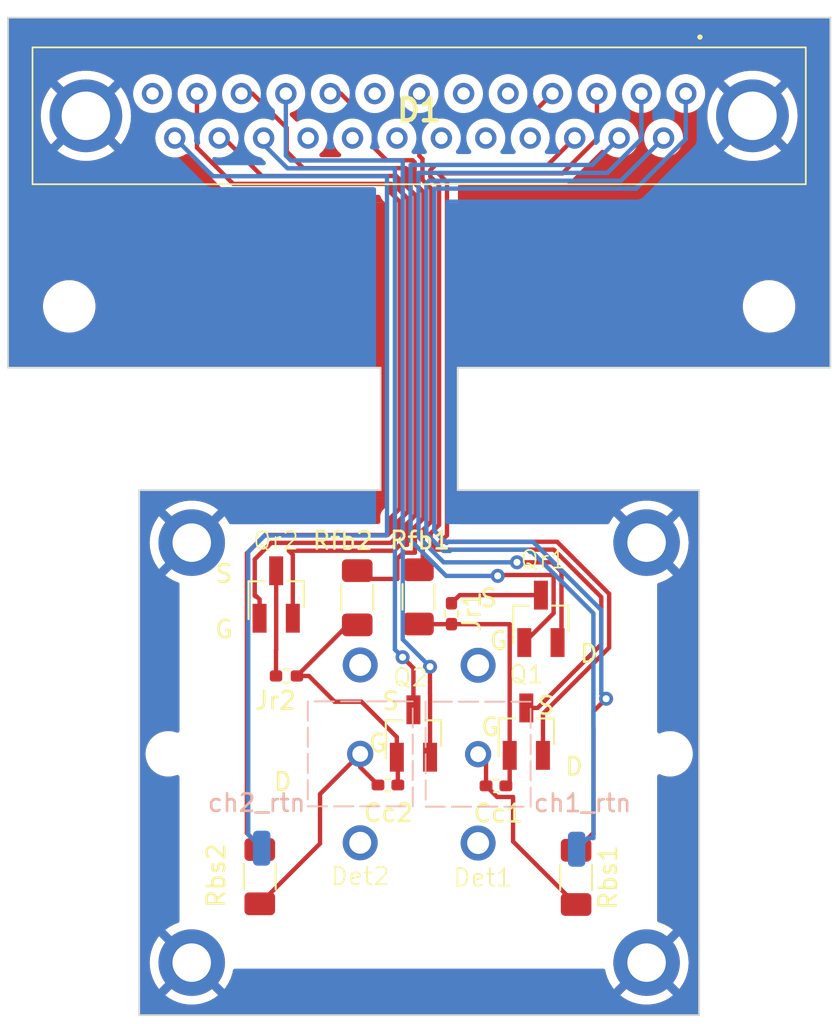
<source format=kicad_pcb>
(kicad_pcb (version 20221018) (generator pcbnew)

  (general
    (thickness 1.6)
  )

  (paper "A4")
  (layers
    (0 "F.Cu" signal)
    (31 "B.Cu" signal)
    (32 "B.Adhes" user "B.Adhesive")
    (33 "F.Adhes" user "F.Adhesive")
    (34 "B.Paste" user)
    (35 "F.Paste" user)
    (36 "B.SilkS" user "B.Silkscreen")
    (37 "F.SilkS" user "F.Silkscreen")
    (38 "B.Mask" user)
    (39 "F.Mask" user)
    (40 "Dwgs.User" user "User.Drawings")
    (41 "Cmts.User" user "User.Comments")
    (42 "Eco1.User" user "User.Eco1")
    (43 "Eco2.User" user "User.Eco2")
    (44 "Edge.Cuts" user)
    (45 "Margin" user)
    (46 "B.CrtYd" user "B.Courtyard")
    (47 "F.CrtYd" user "F.Courtyard")
    (48 "B.Fab" user)
    (49 "F.Fab" user)
    (50 "User.1" user)
    (51 "User.2" user)
    (52 "User.3" user)
    (53 "User.4" user)
    (54 "User.5" user)
    (55 "User.6" user)
    (56 "User.7" user)
    (57 "User.8" user)
    (58 "User.9" user)
  )

  (setup
    (pad_to_mask_clearance 0)
    (pcbplotparams
      (layerselection 0x00010fc_ffffffff)
      (plot_on_all_layers_selection 0x00010fc_80000001)
      (disableapertmacros false)
      (usegerberextensions false)
      (usegerberattributes true)
      (usegerberadvancedattributes true)
      (creategerberjobfile true)
      (dashed_line_dash_ratio 12.000000)
      (dashed_line_gap_ratio 3.000000)
      (svgprecision 4)
      (plotframeref false)
      (viasonmask false)
      (mode 1)
      (useauxorigin false)
      (hpglpennumber 1)
      (hpglpenspeed 20)
      (hpglpendiameter 15.000000)
      (dxfpolygonmode true)
      (dxfimperialunits true)
      (dxfusepcbnewfont true)
      (psnegative false)
      (psa4output false)
      (plotreference true)
      (plotvalue true)
      (plotinvisibletext false)
      (sketchpadsonfab false)
      (subtractmaskfromsilk false)
      (outputformat 1)
      (mirror false)
      (drillshape 0)
      (scaleselection 1)
      (outputdirectory "/Users/cwfink/Desktop/")
    )
  )

  (net 0 "")
  (net 1 "Net-(Jr1-B)")
  (net 2 "Net-(Cc1-Pad2)")
  (net 3 "Net-(Jr2-B)")
  (net 4 "Net-(Cc2-Pad2)")
  (net 5 "Net-(D1-Pad1)")
  (net 6 "Net-(Qr1-D)")
  (net 7 "Net-(Q1-D)")
  (net 8 "Net-(D1-Pad4)")
  (net 9 "unconnected-(D1-Pad5)")
  (net 10 "unconnected-(D1-Pad6)")
  (net 11 "unconnected-(D1-Pad7)")
  (net 12 "unconnected-(D1-Pad8)")
  (net 13 "Net-(D1-Pad9)")
  (net 14 "Net-(Q2-D)")
  (net 15 "Net-(Qr2-D)")
  (net 16 "Net-(D1-Pad12)")
  (net 17 "unconnected-(D1-Pad13)")
  (net 18 "Net-(D1-P14)")
  (net 19 "Net-(D1-P15)")
  (net 20 "Net-(D1-P16)")
  (net 21 "unconnected-(D1-P17-Pad17)")
  (net 22 "unconnected-(D1-P18-Pad18)")
  (net 23 "unconnected-(D1-P19-Pad19)")
  (net 24 "unconnected-(D1-P20-Pad20)")
  (net 25 "unconnected-(D1-P21-Pad21)")
  (net 26 "unconnected-(D1-P22-Pad22)")
  (net 27 "Net-(D1-P23)")
  (net 28 "Net-(D1-P24)")
  (net 29 "Net-(D1-P25)")
  (net 30 "Net-(Jr1-A)")
  (net 31 "Net-(Jr2-A)")
  (net 32 "thermal_gnd")

  (footprint "Capacitor_SMD:C_0402_1005Metric_Pad0.74x0.62mm_HandSolder" (layer "F.Cu") (at 62.713065 82.84949 180))

  (footprint "charge_amp:detector" (layer "F.Cu") (at 67.86935 81.088519 90))

  (footprint "MountingHole:MountingHole_2.2mm_M2_DIN965_Pad" (layer "F.Cu") (at 51.5 93))

  (footprint "Resistor_SMD:R_1206_3216Metric_Pad1.30x1.75mm_HandSolder" (layer "F.Cu") (at 55.39 88.09 -90))

  (footprint "MountingHole:MountingHole_2.5mm" (layer "F.Cu") (at 44.5 55.5))

  (footprint "charge_amp:Q_NJFET_GDS" (layer "F.Cu") (at 56.327641 77.049239))

  (footprint "Resistor_SMD:R_1206_3216Metric_Pad1.30x1.75mm_HandSolder" (layer "F.Cu") (at 73.47 88.13 -90))

  (footprint "MountingHole:MountingHole_2.2mm_M2_DIN965_Pad" (layer "F.Cu") (at 77.5 69))

  (footprint "MountingHole:MountingHole_2.1mm" (layer "F.Cu") (at 78.84 81.07))

  (footprint "charge_amp:Q_NJFET_GDS" (layer "F.Cu") (at 64.172934 79.91256))

  (footprint "charge_amp:MDM25SBSP" (layer "F.Cu") (at 64.5 43.34))

  (footprint "Connector_Wire:SolderWirePad_1x01_SMD_1x2mm" (layer "F.Cu") (at 73.5 86.52))

  (footprint "Capacitor_SMD:C_0402_1005Metric_Pad0.74x0.62mm_HandSolder" (layer "F.Cu") (at 68.89 82.9 180))

  (footprint "charge_amp:Q_NJFET_GDS" (layer "F.Cu") (at 71.46 78.44))

  (footprint "MountingHole:MountingHole_2.2mm_M2_DIN965_Pad" (layer "F.Cu") (at 51.5 69))

  (footprint "MountingHole:MountingHole_2.5mm" (layer "F.Cu") (at 84.5 55.5))

  (footprint "Connector_Wire:SolderWirePad_1x01_SMD_1x2mm" (layer "F.Cu") (at 55.5 86.46))

  (footprint "Resistor_SMD:R_1206_3216Metric_Pad1.30x1.75mm_HandSolder" (layer "F.Cu") (at 64.458344 72.100311 -90))

  (footprint "charge_amp:detector" (layer "F.Cu") (at 61.130647 81.072006 90))

  (footprint "charge_amp:Q_NJFET_GDS" (layer "F.Cu") (at 70.625438 79.806386))

  (footprint "Resistor_SMD:R_1206_3216Metric_Pad1.30x1.75mm_HandSolder" (layer "F.Cu") (at 60.96 72.150595 -90))

  (footprint "Resistor_SMD:R_0402_1005Metric_Pad0.72x0.64mm_HandSolder" (layer "F.Cu") (at 56.916629 76.619209))

  (footprint "Resistor_SMD:R_0402_1005Metric_Pad0.72x0.64mm_HandSolder" (layer "F.Cu") (at 66.347008 73.0625 -90))

  (footprint "MountingHole:MountingHole_2.1mm" (layer "F.Cu") (at 50.16 81.07))

  (footprint "MountingHole:MountingHole_2.2mm_M2_DIN965_Pad" (layer "F.Cu") (at 77.5 93))

  (gr_line (start 48.5 66) (end 62.3 66)
    (stroke (width 0.1) (type default)) (layer "Edge.Cuts") (tstamp 123bf756-7c31-4b06-901a-f424d95701d6))
  (gr_line (start 48.5 66) (end 48.5 96)
    (stroke (width 0.1) (type default)) (layer "Edge.Cuts") (tstamp 2fd206d2-8a37-487a-8567-217b269d5d6f))
  (gr_line (start 41 59) (end 62.3 59)
    (stroke (width 0.1) (type default)) (layer "Edge.Cuts") (tstamp 3e2a4a6e-c24e-410f-9402-2c2a28540323))
  (gr_line (start 66.7 59) (end 66.7 66)
    (stroke (width 0.1) (type default)) (layer "Edge.Cuts") (tstamp 40604d65-bee2-4409-9576-455a855da732))
  (gr_line (start 41 39) (end 88 39)
    (stroke (width 0.1) (type default)) (layer "Edge.Cuts") (tstamp 52b0fddf-2b7d-494e-ac24-0ad668302637))
  (gr_line (start 88 59) (end 88 39)
    (stroke (width 0.1) (type default)) (layer "Edge.Cuts") (tstamp 7d9c2f19-8362-4827-827c-d3b8173c6616))
  (gr_line (start 66.7 59) (end 88 59)
    (stroke (width 0.1) (type default)) (layer "Edge.Cuts") (tstamp b2f96064-9b3c-4d86-bc3b-414c3a419013))
  (gr_line (start 41 59) (end 41 39)
    (stroke (width 0.1) (type default)) (layer "Edge.Cuts") (tstamp c435a935-2302-48e8-b15a-a4f1ca7ba64b))
  (gr_line (start 80.5 66) (end 80.5 96)
    (stroke (width 0.1) (type default)) (layer "Edge.Cuts") (tstamp c5a8b314-a2c9-475b-ae65-9abc56803d93))
  (gr_line (start 48.5 96) (end 80.5 96)
    (stroke (width 0.1) (type default)) (layer "Edge.Cuts") (tstamp edf24beb-053c-4fb0-87ce-e3c9bbbe3086))
  (gr_line (start 62.3 59) (end 62.3 66)
    (stroke (width 0.1) (type default)) (layer "Edge.Cuts") (tstamp ef2b19e6-a909-4a5d-9da2-be345acd3e4c))
  (gr_line (start 80.5 66) (end 66.7 66)
    (stroke (width 0.1) (type default)) (layer "Edge.Cuts") (tstamp efadfbf0-a4f9-4a35-bf56-e8f79f8106a3))
  (gr_text "G" (at 62.12 80.47) (layer "F.SilkS") (tstamp 91683fb9-4b74-44ed-95bf-32692f12de05)
    (effects (font (size 1 1) (thickness 0.15)))
  )

  (segment (start 69.675438 81.156386) (end 69.675438 82.682062) (width 0.25) (layer "F.Cu") (net 1) (tstamp 0018d7a8-004f-4a45-a0f8-7127d7eeb56e))
  (segment (start 69.675438 73.66) (end 66.347008 73.66) (width 0.25) (layer "F.Cu") (net 1) (tstamp 084a00e0-3a2b-4838-b873-4780e10c3091))
  (segment (start 64.468033 73.66) (end 64.458344 73.650311) (width 0.25) (layer "F.Cu") (net 1) (tstamp 0c012e56-51e9-40a8-a59c-46e5da586c0f))
  (segment (start 69.675438 81.156386) (end 69.675438 73.66) (width 0.25) (layer "F.Cu") (net 1) (tstamp bd3a39e3-0b20-40f1-acfb-9f49bebb851f))
  (segment (start 69.675438 82.682062) (end 69.4575 82.9) (width 0.25) (layer "F.Cu") (net 1) (tstamp da9fbdd1-797a-4a85-bd29-1336ea961bbd))
  (segment (start 66.347008 73.66) (end 64.468033 73.66) (width 0.25) (layer "F.Cu") (net 1) (tstamp f3da5093-8f4f-4296-b1d9-4ef4f1bbdf28))
  (segment (start 68.3225 81.541669) (end 67.86935 81.088519) (width 0.25) (layer "F.Cu") (net 2) (tstamp 3c1bcc3a-1664-49eb-95b5-6ef821597d1b))
  (segment (start 68.9575 83.535) (end 68.3225 82.9) (width 0.25) (layer "F.Cu") (net 2) (tstamp 63969161-fc8c-4d1d-8893-7f7f20337edf))
  (segment (start 69.868823 83.535) (end 68.9575 83.535) (width 0.25) (layer "F.Cu") (net 2) (tstamp 9f664846-a14f-417e-aa99-530208ea2510))
  (segment (start 68.3225 82.9) (end 68.3225 81.541669) (width 0.25) (layer "F.Cu") (net 2) (tstamp 9f725a15-5289-4fb4-93ad-5586ae5eb1c8))
  (segment (start 69.868823 83.535) (end 69.868823 86.078823) (width 0.25) (layer "F.Cu") (net 2) (tstamp c8af66ef-e353-452b-96af-557c5c4e1a9e))
  (segment (start 69.868823 86.078823) (end 73.47 89.68) (width 0.25) (layer "F.Cu") (net 2) (tstamp ebca1d74-5244-47d4-be9e-ed4590f136a8))
  (segment (start 57.514129 76.619209) (end 58.19813 76.619209) (width 0.25) (layer "F.Cu") (net 3) (tstamp 1d0ebf5c-bb6b-4173-a883-9543b7ed5271))
  (segment (start 63.280565 81.320191) (end 63.222934 81.26256) (width 0.25) (layer "F.Cu") (net 3) (tstamp 3268b091-0a07-4c3d-a729-a49b47d88ad4))
  (segment (start 61.2 78.09) (end 63.222934 80.112934) (width 0.25) (layer "F.Cu") (net 3) (tstamp 52ab2781-3429-4892-8454-067c8af6efc8))
  (segment (start 60.432743 73.700595) (end 60.96 73.700595) (width 0.25) (layer "F.Cu") (net 3) (tstamp 5e9c6350-7206-49b9-a27e-57af049aa54a))
  (segment (start 63.222934 80.112934) (end 63.222934 81.26256) (width 0.25) (layer "F.Cu") (net 3) (tstamp 6ab69f38-c517-47f7-85cc-43b79bf57e7a))
  (segment (start 63.280565 82.84949) (end 63.280565 81.320191) (width 0.25) (layer "F.Cu") (net 3) (tstamp 6f44857b-61b3-43df-aca4-452609d6d8c5))
  (segment (start 58.19813 76.619209) (end 59.668921 78.09) (width 0.25) (layer "F.Cu") (net 3) (tstamp 74166d42-850c-4c90-8c76-b0c88f295509))
  (segment (start 59.668921 78.09) (end 61.2 78.09) (width 0.25) (layer "F.Cu") (net 3) (tstamp 7c37304d-e06a-43ea-9b9a-0704f60c74b4))
  (segment (start 57.514129 76.619209) (end 60.432743 73.700595) (width 0.25) (layer "F.Cu") (net 3) (tstamp e4bf77c5-86ab-4e59-bc0c-c81dde635ebe))
  (segment (start 61.130647 81.834572) (end 62.145565 82.84949) (width 0.25) (layer "F.Cu") (net 4) (tstamp 73068260-d098-44a4-a45f-7d0ffa42120b))
  (segment (start 58.833556 83.369097) (end 61.130647 81.072006) (width 0.25) (layer "F.Cu") (net 4) (tstamp 82b278f0-9321-415f-9416-b4326aeafc3b))
  (segment (start 58.833556 86.196444) (end 55.39 89.64) (width 0.25) (layer "F.Cu") (net 4) (tstamp 8a279104-5b56-401d-a1be-2c45752be617))
  (segment (start 58.833556 83.369097) (end 58.833556 86.196444) (width 0.25) (layer "F.Cu") (net 4) (tstamp 8beadaea-565c-4faf-a8e9-404c797f3310))
  (segment (start 61.130647 81.072006) (end 61.130647 81.834572) (width 0.25) (layer "F.Cu") (net 4) (tstamp 9720c209-f231-42dd-9f39-c2356826b7a8))
  (segment (start 74.46 78.6445) (end 75.1845 77.92) (width 0.25) (layer "F.Cu") (net 5) (tstamp 10f0fae4-dc5b-4980-89f8-764606cc4a87))
  (segment (start 74.47 79.6) (end 74.46 79.59) (width 0.25) (layer "F.Cu") (net 5) (tstamp 9c244496-3b2d-4f3f-93bf-0e6be8be78fe))
  (segment (start 74.47 85.66) (end 74.39 85.66) (width 0.25) (layer "F.Cu") (net 5) (tstamp d74943ee-c1f9-47b8-a89d-ebc6dfca7652))
  (segment (start 74.46 79.59) (end 74.46 78.6445) (width 0.25) (layer "F.Cu") (net 5) (tstamp e4816491-a28c-4826-a027-94ecc515d2af))
  (segment (start 73.47 86.58) (end 73.55 86.58) (width 0.25) (layer "F.Cu") (net 5) (tstamp e6fc14f3-d3fe-414a-a1c8-004ef2fa1826))
  (segment (start 73.47 86.58) (end 74.39 85.66) (width 0.25) (layer "F.Cu") (net 5) (tstamp ed67bca6-8e8f-43dc-a153-ad06b4b0c628))
  (segment (start 74.47 85.66) (end 74.47 79.6) (width 0.25) (layer "F.Cu") (net 5) (tstamp f8ed93e7-7ecb-4c25-a43e-e2fbfe2eeeae))
  (via (at 75.1845 77.92) (size 0.8) (drill 0.4) (layers "F.Cu" "B.Cu") (net 5) (tstamp dba0a7bc-f53f-4f6c-8985-e931f9cacabe))
  (segment (start 65.362639 48.77) (end 76.901583 48.77) (width 0.25) (layer "B.Cu") (net 5) (tstamp 31dd0930-b1b5-4d96-b525-e0d4982857bb))
  (segment (start 79.74 45.931583) (end 79.74 43.34) (width 0.25) (layer "B.Cu") (net 5) (tstamp 359facbe-9a48-4693-96e4-f22c800e3980))
  (segment (start 65.362639 68.313451) (end 65.362639 48.77) (width 0.25) (layer "B.Cu") (net 5) (tstamp 38b67a24-b695-420f-b9e5-3fafaa1d1d4e))
  (segment (start 71.006896 68.9505) (end 66.1495 68.9505) (width 0.25) (layer "B.Cu") (net 5) (tstamp 44add490-7a41-44ec-8ee3-ad6376848651))
  (segment (start 74.91 77.6455) (end 74.91 72.853604) (width 0.25) (layer "B.Cu") (net 5) (tstamp 65d8a158-0f45-43f5-9114-dffe3d9ccb7d))
  (segment (start 75.1845 77.92) (end 74.91 77.6455) (width 0.25) (layer "B.Cu") (net 5) (tstamp 6b091963-4746-4d48-a829-418a59efae18))
  (segment (start 66.1495 68.9505) (end 66.074594 69.025406) (width 0.25) (layer "B.Cu") (net 5) (tstamp 88a7c963-5ab6-4f7d-819c-17e6bfe01489))
  (segment (start 66.074594 69.025406) (end 65.362639 68.313451) (width 0.25) (layer "B.Cu") (net 5) (tstamp 88c6b147-63e9-441d-846f-2fd41845c0fe))
  (segment (start 76.901583 48.77) (end 79.74 45.931583) (width 0.25) (layer "B.Cu") (net 5) (tstamp be99594e-0b55-424c-9755-31621cef17d3))
  (segment (start 74.91 72.853604) (end 71.006896 68.9505) (width 0.25) (layer "B.Cu") (net 5) (tstamp fb9abe80-e3f2-4061-a556-44c4fe4b1af9))
  (segment (start 72.635 74.485) (end 72.635 70.663604) (width 0.25) (layer "F.Cu") (net 6) (tstamp 241faca4-4807-412a-8a2c-bcaa1a5f3847))
  (segment (start 72.41 74.71) (end 72.635 74.485) (width 0.25) (layer "F.Cu") (net 6) (tstamp 82ddc4ec-b79d-43c7-9dbf-cd6de838466b))
  (segment (start 72.096896 70.1255) (end 70.09 70.1255) (width 0.25) (layer "F.Cu") (net 6) (tstamp 941927ef-b7ea-42a8-af9a-67c3df59be0a))
  (segment (start 72.635 70.663604) (end 72.096896 70.1255) (width 0.25) (layer "F.Cu") (net 6) (tstamp b9762207-fe73-4674-a099-b6af8e582ff2))
  (via (at 70.09 70.1255) (size 0.8) (drill 0.4) (layers "F.Cu" "B.Cu") (net 6) (tstamp 4ebc6be1-b1f3-48ee-800a-136bd1be15d4))
  (segment (start 64.462639 47.87) (end 75.261583 47.87) (width 0.25) (layer "B.Cu") (net 6) (tstamp 1becd91a-43f2-426d-93ac-bc67b796c80e))
  (segment (start 64.462639 68.686243) (end 64.462639 47.87) (width 0.25) (layer "B.Cu") (net 6) (tstamp 1db96d79-3617-4a18-911f-009e5593fb18))
  (segment (start 77.2 45.931583) (end 77.2 43.34) (width 0.25) (layer "B.Cu") (net 6) (tstamp 2fd43d65-1556-457f-8521-1e29cf0ec62d))
  (segment (start 70.09 70.1255) (end 65.901896 70.1255) (width 0.25) (layer "B.Cu") (net 6) (tstamp 687f7a54-24c8-4463-9ae9-fe1a1e09219e))
  (segment (start 65.901896 70.1255) (end 64.462639 68.686243) (width 0.25) (layer "B.Cu") (net 6) (tstamp 9c6a06cc-8b94-4726-9188-9fc005bd07dc))
  (segment (start 75.261583 47.87) (end 77.2 45.931583) (width 0.25) (layer "B.Cu") (net 6) (tstamp be297bf5-2061-4eac-b7f2-d22f14801149))
  (segment (start 71.575438 81.156386) (end 71.575438 78.780958) (width 0.25) (layer "F.Cu") (net 7) (tstamp 02915f32-08be-45d7-b1f2-fda332cabab9))
  (segment (start 71.575438 78.780958) (end 75.36 74.996396) (width 0.25) (layer "F.Cu") (net 7) (tstamp 091f27b4-54ec-4cc5-8082-aa7d13236384))
  (segment (start 65.59 47.9) (end 72.691583 47.9) (width 0.25) (layer "F.Cu") (net 7) (tstamp 1c5920ca-7c39-4a2f-ada8-7bd9a00e1126))
  (segment (start 72.383896 68.95) (end 65.725953 68.95) (width 0.25) (layer "F.Cu") (net 7) (tstamp 2fe23600-da80-4de3-a1b4-1f44e3c736a8))
  (segment (start 65.725953 68.95) (end 66.09 68.585953) (width 0.25) (layer "F.Cu") (net 7) (tstamp 4655c77b-bcc6-4b2f-bc76-a462d7e048cd))
  (segment (start 75.36 71.926104) (end 72.383896 68.95) (width 0.25) (layer "F.Cu") (net 7) (tstamp 79f3f67b-fc1d-4e65-83ba-235ed05e424a))
  (segment (start 66.09 68.585953) (end 66.09 48.4) (width 0.25) (layer "F.Cu") (net 7) (tstamp ac931e41-dd60-4c0e-9383-b08babad0ce0))
  (segment (start 75.36 74.996396) (end 75.36 71.926104) (width 0.25) (layer "F.Cu") (net 7) (tstamp adee8d9e-f1a8-498c-a77c-be77ec0897a7))
  (segment (start 74.66 45.931583) (end 74.66 43.34) (width 0.25) (layer "F.Cu") (net 7) (tstamp b6862e68-744d-46b9-b4db-7d81254f3b14))
  (segment (start 66.09 48.4) (end 65.59 47.9) (width 0.25) (layer "F.Cu") (net 7) (tstamp cbf9304b-c51f-4182-9dea-e7bf0aa2f41d))
  (segment (start 72.691583 47.9) (end 74.66 45.931583) (width 0.25) (layer "F.Cu") (net 7) (tstamp f6287b3b-8c22-40f8-8892-e4c93b33bf92))
  (segment (start 64.458344 70.550311) (end 64.705953 70.302702) (width 0.25) (layer "F.Cu") (net 8) (tstamp 026ab2a2-ba49-45c6-8f1b-7b8b2882f69a))
  (segment (start 70.87 44.59) (end 72.12 43.34) (width 0.25) (layer "F.Cu") (net 8) (tstamp 074e0676-e2c4-4aeb-94e7-f40ea0312798))
  (segment (start 65.19 67.80464) (end 65.19 48.772792) (width 0.25) (layer "F.Cu") (net 8) (tstamp 1f8f705f-b1cc-4b39-b635-a2a91eb10808))
  (segment (start 65.19 48.772792) (end 64.69 48.272792) (width 0.25) (layer "F.Cu") (net 8) (tstamp 2a6a4005-8745-4cc3-b5f0-037a93f89c19))
  (segment (start 64.51 44.59) (end 70.87 44.59) (width 0.25) (layer "F.Cu") (net 8) (tstamp 5b5ea892-4787-4138-98d6-4f0fcf5e8e60))
  (segment (start 64.51 46.896396) (end 64.51 44.59) (width 0.25) (layer "F.Cu") (net 8) (tstamp 7927688b-bab8-485f-a380-043a5c4e2a00))
  (segment (start 64.69 47.076396) (end 64.51 46.896396) (width 0.25) (layer "F.Cu") (net 8) (tstamp 9f5a2bc8-74a6-4735-9b1b-ce91bb805e46))
  (segment (start 64.69 48.272792) (end 64.69 47.076396) (width 0.25) (layer "F.Cu") (net 8) (tstamp b34a0819-ed11-440d-adf0-f6e5802b0289))
  (segment (start 64.705953 70.302702) (end 64.705953 68.288687) (width 0.25) (layer "F.Cu") (net 8) (tstamp c1c065d7-1ac4-41b2-af26-f6e6f016d2b4))
  (segment (start 64.705953 68.288687) (end 65.19 67.80464) (width 0.25) (layer "F.Cu") (net 8) (tstamp cffada11-aa25-4554-9667-f4d6cc1f888e))
  (segment (start 59.42 43.34) (end 60.02 43.34) (width 0.25) (layer "F.Cu") (net 13) (tstamp 0ad222cb-1c89-4309-926e-64b0a87a9939))
  (segment (start 64.127208 47.15) (end 64.24 47.262792) (width 0.25) (layer "F.Cu") (net 13) (tstamp 0b045a22-a066-41b3-b4e1-a470afc75c8d))
  (segment (start 61.91 46.42) (end 62.64 47.15) (width 0.25) (layer "F.Cu") (net 13) (tstamp 26268dc4-ffd4-4a00-82e0-3820963f2c03))
  (segment (start 63.258344 69.912138) (end 63.258344 71.073308) (width 0.25) (layer "F.Cu") (net 13) (tstamp 319539bc-b105-4370-8a5a-96cfc5b38cc6))
  (segment (start 60.02 43.34) (end 61.91 45.23) (width 0.25) (layer "F.Cu") (net 13) (tstamp 3605ad40-4c05-4c3a-8101-c02429661c2c))
  (segment (start 64.74 48.959188) (end 64.74 67.618244) (width 0.25) (layer "F.Cu") (net 13) (tstamp 3cddabe9-3205-4342-8872-5156009d0620))
  (segment (start 64.255953 68.102291) (end 64.255953 69.575311) (width 0.25) (layer "F.Cu") (net 13) (tstamp 3dfa1c2b-a633-41aa-931a-7180f63acd50))
  (segment (start 64.255953 69.575311) (end 63.595171 69.575311) (width 0.25) (layer "F.Cu") (net 13) (tstamp 4d33643a-777a-4b9d-a1b1-9a705c24377c))
  (segment (start 63.258344 71.073308) (end 61.432713 71.073308) (width 0.25) (layer "F.Cu") (net 13) (tstamp 6475abd6-01ee-421d-8b9b-26dde6e80bbf))
  (segment (start 61.432713 71.073308) (end 60.96 70.600595) (width 0.25) (layer "F.Cu") (net 13) (tstamp 6f057ae0-88b2-49a2-bedc-0f9132f5e6cb))
  (segment (start 64.24 48.459188) (end 64.74 48.959188) (width 0.25) (layer "F.Cu") (net 13) (tstamp 73cd59e4-c1c7-4810-a740-629d2f450183))
  (segment (start 61.91 45.23) (end 61.91 46.42) (width 0.25) (layer "F.Cu") (net 13) (tstamp 75b69605-54ec-4190-8939-b3912fb7f1dc))
  (segment (start 63.595171 69.575311) (end 63.258344 69.912138) (width 0.25) (layer "F.Cu") (net 13) (tstamp 828fc514-d6ff-48fe-8c12-1ab1db753c8a))
  (segment (start 62.64 47.15) (end 64.127208 47.15) (width 0.25) (layer "F.Cu") (net 13) (tstamp 94576c84-ee14-4596-9114-aba2efa58b76))
  (segment (start 64.24 47.262792) (end 64.24 48.459188) (width 0.25) (layer "F.Cu") (net 13) (tstamp 973e62d0-a931-460b-a13f-03e65d9528b2))
  (segment (start 64.74 67.618244) (end 64.255953 68.102291) (width 0.25) (layer "F.Cu") (net 13) (tstamp bbc2be85-8ee8-49a2-9969-ead960e5fe5c))
  (segment (start 65.12 76.09) (end 65.12 77.624626) (width 0.25) (layer "F.Cu") (net 14) (tstamp 45f8e788-0ab9-4a39-8240-a33d1a9294ac))
  (segment (start 65.12 77.624626) (end 65.122934 77.62756) (width 0.25) (layer "F.Cu") (net 14) (tstamp 888e064d-95d8-48ea-a58d-0d79c46caa21))
  (segment (start 65.122934 77.62756) (end 65.122934 81.26256) (width 0.25) (layer "F.Cu") (net 14) (tstamp cb2c4960-d05a-4bb4-b850-c9a92cb190ab))
  (via (at 65.12 76.09) (size 0.8) (drill 0.4) (layers "F.Cu" "B.Cu") (net 14) (tstamp 0fd5c5c3-cf69-46ca-b03a-ba45543e9b04))
  (segment (start 63.562639 74.532639) (end 63.562639 47.160423) (width 0.25) (layer "B.Cu") (net 14) (tstamp 22abfbd7-64f8-409a-b800-130f6e4f60f0))
  (segment (start 56.88 46.88) (end 56.88 43.34) (width 0.25) (layer "B.Cu") (net 14) (tstamp 315a88c4-bc92-4ca4-bef7-1357fd08518b))
  (segment (start 63.562639 47.160423) (end 57.160423 47.160423) (width 0.25) (layer "B.Cu") (net 14) (tstamp 4dce5fc5-373a-475f-a6e7-fe4bffb83d1f))
  (segment (start 57.160423 47.160423) (end 56.88 46.88) (width 0.25) (layer "B.Cu") (net 14) (tstamp a90d2672-11d5-4acc-afd7-4d2cdacc9c44))
  (segment (start 65.12 76.09) (end 63.562639 74.532639) (width 0.25) (layer "B.Cu") (net 14) (tstamp bbc8591c-6b7f-4068-93fd-3cd822223040))
  (segment (start 56.93 46.652583) (end 56.93 45.3) (width 0.25) (layer "F.Cu") (net 15) (tstamp 272a67af-a434-4dc2-bbbd-72b1e4d75872))
  (segment (start 57.877417 47.6) (end 56.93 46.652583) (width 0.25) (layer "F.Cu") (net 15) (tstamp 549ec91f-49d0-46aa-b0b5-d576db5327b5))
  (segment (start 63.79 47.65) (end 63.74 47.6) (width 0.25) (layer "F.Cu") (net 15) (tstamp 5662c377-d1da-4414-928a-f51c8060a433))
  (segment (start 56.93 45.3) (end 54.97 43.34) (width 0.25) (layer "F.Cu") (net 15) (tstamp 60dfd93b-f0c8-464f-9b01-55d756a44926))
  (segment (start 63.79 48.645584) (end 63.79 47.65) (width 0.25) (layer "F.Cu") (net 15) (tstamp 63b1e677-0396-403a-aa86-9e9e53c0951a))
  (segment (start 63.408775 69.125311) (end 63.805953 69.125311) (width 0.25) (layer "F.Cu") (net 15) (tstamp 68c9a5ed-4410-4b7c-8975-e7fed1de6275))
  (segment (start 63.070991 69.463095) (end 63.408775 69.125311) (width 0.25) (layer "F.Cu") (net 15) (tstamp 7d8c4a4e-627e-42d5-8c2a-b396d37cc8da))
  (segment (start 54.97 43.34) (end 54.391583 43.34) (width 0.25) (layer "F.Cu") (net 15) (tstamp 8ee4fdd5-cc8a-4733-9345-c373ddf1d409))
  (segment (start 64.29 67.431848) (end 64.29 49.145584) (width 0.25) (layer "F.Cu") (net 15) (tstamp a3554292-5019-44bf-8f1f-7b0aa4483bca))
  (segment (start 64.29 49.145584) (end 63.79 48.645584) (width 0.25) (layer "F.Cu") (net 15) (tstamp c22adc32-326c-4b0f-9ced-7e0f432236cf))
  (segment (start 57.277641 69.688095) (end 57.052641 69.463095) (width 0.25) (layer "F.Cu") (net 15) (tstamp e087a6e9-d893-4035-bc35-ca412371f874))
  (segment (start 63.74 47.6) (end 57.877417 47.6) (width 0.25) (layer "F.Cu") (net 15) (tstamp edaa5012-9115-4817-b3b6-5172299afff6))
  (segment (start 63.805953 69.125311) (end 63.805953 67.915895) (width 0.25) (layer "F.Cu") (net 15) (tstamp f23a59f0-6b7b-454b-9bc3-b950bde0fa5d))
  (segment (start 57.277641 73.319239) (end 57.277641 69.688095) (width 0.25) (layer "F.Cu") (net 15) (tstamp f4215d85-e695-49ca-99cc-cad05a67e155))
  (segment (start 63.805953 67.915895) (end 64.29 67.431848) (width 0.25) (layer "F.Cu") (net 15) (tstamp f6fc01b1-eec1-4ee3-b584-8f5a9897ee9e))
  (segment (start 57.052641 69.463095) (end 63.070991 69.463095) (width 0.25) (layer "F.Cu") (net 15) (tstamp fc94aa6c-c655-4271-af72-275ff1a6cfe8))
  (segment (start 62.89 48.51) (end 62.88 48.5) (width 0.25) (layer "F.Cu") (net 16) (tstamp 011f8789-c32c-4a36-9f25-4a5906e7793e))
  (segment (start 63.39 49.518376) (end 62.89 49.018376) (width 0.25) (layer "F.Cu") (net 16) (tstamp 01eba2ad-e306-413c-b109-af7698d4a868))
  (segment (start 54.652641 85.592641) (end 54.652641 69.604058) (width 0.25) (layer "F.Cu") (net 16) (tstamp 13e92802-b44a-40e8-bdd9-44586c626530))
  (segment (start 62.88 48.5) (end 53.87 48.5) (width 0.25) (layer "F.Cu") (net 16) (tstamp 21fc55a9-d38c-4db7-9718-73d169136e72))
  (segment (start 53.87 48.5) (end 51.8 46.43) (width 0.25) (layer "F.Cu") (net 16) (tstamp 2995cbd3-b88b-4911-ad50-b15acd481c27))
  (segment (start 62.698199 68.563095) (end 62.905953 68.355341) (width 0.25) (layer "F.Cu") (net 16) (tstamp 360c7314-b152-4826-bc7b-991738d28fbc))
  (segment (start 62.89 49.018376) (end 62.89 48.51) (width 0.25) (layer "F.Cu") (net 16) (tstamp 443e9c42-a9af-4ee3-949a-af22eb77a0f0))
  (segment (start 54.652641 69.604058) (end 55.693604 68.563095) (width 0.25) (layer "F.Cu") (net 16) (tstamp 5095174d-37bf-42ea-8ea1-401d67ca2c42))
  (segment (start 62.905953 68.355341) (end 62.905953 67.543103) (width 0.25) (layer "F.Cu") (net 16) (tstamp 6d15c73e-6fa9-4b54-ad15-b5298b3dbb34))
  (segment (start 51.8 46.43) (end 51.8 43.34) (width 0.25) (layer "F.Cu") (net 16) (tstamp 747d3c99-e533-4360-beb7-6a3517a4c550))
  (segment (start 62.905953 67.543103) (end 63.39 67.059056) (width 0.25) (layer "F.Cu") (net 16) (tstamp 80f91345-98de-4d23-8201-5e083e495123))
  (segment (start 55.693604 68.563095) (end 62.698199 68.563095) (width 0.25) (layer "F.Cu") (net 16) (tstamp ab62dc2f-3250-4732-8525-a63f10efb4eb))
  (segment (start 55.39 86.54) (end 55.39 86.33) (width 0.25) (layer "F.Cu") (net 16) (tstamp bf7c0773-053e-47bc-8518-1ea0d9f27a06))
  (segment (start 63.39 67.059056) (end 63.39 49.518376) (width 0.25) (layer "F.Cu") (net 16) (tstamp cccbc71a-07cb-4be4-97ba-f6f1ad0fae70))
  (segment (start 55.39 86.33) (end 54.652641 85.592641) (width 0.25) (layer "F.Cu") (net 16) (tstamp f87b90aa-02eb-4a8f-a9f4-ef26dc001806))
  (segment (start 76.03 48.32) (end 78.47 45.88) (width 0.25) (layer "B.Cu") (net 18) (tstamp 09ebfb08-cd72-44b5-b961-e1a5ed6c1b77))
  (segment (start 74.46 85.88) (end 74.14 85.88) (width 0.25) (layer "B.Cu") (net 18) (tstamp 0b50683b-f43d-4cf1-b43d-a97f72bafe1f))
  (segment (start 64.912639 48.467361) (end 65.06 48.32) (width 0.25) (layer "B.Cu") (net 18) (tstamp 0f29da0a-6c85-4001-8ff7-f5ebd902eecf))
  (segment (start 70.85 69.53) (end 70.7205 69.4005) (width 0.25) (layer "B.Cu") (net 18) (tstamp 18a06876-b3cd-4dc6-8fd2-af07aa398f51))
  (segment (start 64.912639 68.499847) (end 64.912639 48.467361) (width 0.25) (layer "B.Cu") (net 18) (tstamp 1ede56ae-11e6-40dd-bbf8-6f61cfb56957))
  (segment (start 65.888198 69.475406) (end 64.912639 68.499847) (width 0.25) (layer "B.Cu") (net 18) (tstamp 4d3287f8-4920-4651-be64-8d53f5e9404d))
  (segment (start 74.46 85.88) (end 74.46 73.04) (width 0.25) (layer "B.Cu") (net 18) (tstamp 54010f7c-15b0-4bb8-a5e4-7dd7531d1fb9))
  (segment (start 65.06 48.32) (end 76.03 48.32) (width 0.25) (layer "B.Cu") (net 18) (tstamp 702c2825-08cc-4ab1-bc0a-c527fcc7b7c0))
  (segment (start 66.335896 69.4005) (end 66.26099 69.475406) (width 0.25) (layer "B.Cu") (net 18) (tstamp 708753a4-1b41-4686-aba2-26b27f4eff53))
  (segment (start 74.14 85.88) (end 73.5 86.52) (width 0.25) (layer "B.Cu") (net 18) (tstamp 8969f36f-38fd-4a44-9bc5-cb109723b198))
  (segment (start 74.46 73.04) (end 70.95 69.53) (width 0.25) (layer "B.Cu") (net 18) (tstamp 91a8d7cd-c03e-45fb-a797-483a801772b1))
  (segment (start 66.26099 69.475406) (end 65.888198 69.475406) (width 0.25) (layer "B.Cu") (net 18) (tstamp 9ab43c3f-6199-4748-9fba-9a7e1affbbfb))
  (segment (start 70.7205 69.4005) (end 66.335896 69.4005) (width 0.25) (layer "B.Cu") (net 18) (tstamp dc0a3847-d1c9-4cdc-8e55-95941dcb0133))
  (segment (start 70.95 69.53) (end 70.85 69.53) (width 0.25) (layer "B.Cu") (net 18) (tstamp fd621809-0865-459a-bb03-04d7898037a0))
  (segment (start 72.185 70.85) (end 69.04 70.85) (width 0.25) (layer "F.Cu") (net 19) (tstamp 3cbee1a6-1f31-4cd2-a716-f03d73706f11))
  (segment (start 70.51 74.71) (end 72.185 73.035) (width 0.25) (layer "F.Cu") (net 19) (tstamp 3f30f7dc-c102-4eeb-a36d-d6134b2aacac))
  (segment (start 72.185 73.035) (end 72.185 70.85) (width 0.25) (layer "F.Cu") (net 19) (tstamp a391d5b4-ba42-4c84-b891-c39cbef41752))
  (segment (start 69.04 70.85) (end 68.99 70.9) (width 0.25) (layer "F.Cu") (net 19) (tstamp d602d6c6-20e8-4060-9631-c445857d11a9))
  (via (at 68.99 70.9) (size 0.8) (drill 0.4) (layers "F.Cu" "B.Cu") (net 19) (tstamp c5a4b120-3c64-4ea3-94ef-3f624e7e7888))
  (segment (start 66.04 70.9) (end 64.012639 68.872639) (width 0.25) (layer "B.Cu") (net 19) (tstamp 44621357-27e9-43c2-8c87-bd510a01a01f))
  (segment (start 74.39 47.42) (end 75.93 45.88) (width 0.25) (layer "B.Cu") (net 19) (tstamp 6d4e22f4-535e-429b-9afa-923b5b5f0d82))
  (segment (start 64.012639 47.42) (end 74.39 47.42) (width 0.25) (layer "B.Cu") (net 19) (tstamp be7f633a-e42d-4f95-951e-965ab9c5bbe1))
  (segment (start 64.012639 68.872639) (end 64.012639 47.42) (width 0.25) (layer "B.Cu") (net 19) (tstamp d805156a-bec7-49a6-a337-d13a1237fc1c))
  (segment (start 68.99 70.9) (end 66.04 70.9) (width 0.25) (layer "B.Cu") (net 19) (tstamp d8edbc63-1e82-411e-af96-ec50b2336564))
  (segment (start 74.91 74.81) (end 74.91 72.1125) (width 0.25) (layer "F.Cu") (net 20) (tstamp 0b0f0a5c-b8da-4283-8e9f-fde09331ac2e))
  (segment (start 65.155953 68.475083) (end 65.64 67.991036) (width 0.25) (layer "F.Cu") (net 20) (tstamp 1fc97eee-9366-4737-a63f-e16a8174b7fa))
  (segment (start 65.64 67.991036) (end 65.64 48.586396) (width 0.25) (layer "F.Cu") (net 20) (tstamp 272e7d59-b721-4845-91af-eb408426156c))
  (segment (start 65.14 48.086396) (end 65.14 47.713604) (width 0.25) (layer "F.Cu") (net 20) (tstamp 370d2bdd-a645-41d8-ae5a-43f7e6358554))
  (segment (start 65.433604 47.42) (end 71.85 47.42) (width 0.25) (layer "F.Cu") (net 20) (tstamp 5faa6514-3b0d-43f2-963c-6db1e261077d))
  (segment (start 65.539557 69.4) (end 65.155953 69.016396) (width 0.25) (layer "F.Cu") (net 20) (tstamp 69755d29-af55-4351-ae0f-c1d89171be68))
  (segment (start 71.273614 78.446386) (end 74.91 74.81) (width 0.25) (layer "F.Cu") (net 20) (tstamp 8a120a5e-79a5-4641-b9b3-6ea60297003a))
  (segment (start 70.625438 78.446386) (end 71.273614 78.446386) (width 0.25) (layer "F.Cu") (net 20) (tstamp 9c1b1676-7607-4ba8-b16d-13ddba822589))
  (segment (start 72.1975 69.4) (end 65.539557 69.4) (width 0.25) (layer "F.Cu") (net 20) (tstamp 9eed9612-780b-4049-9fc1-1b9ed228761b))
  (segment (start 65.155953 69.016396) (end 65.155953 68.475083) (width 0.25) (layer "F.Cu") (net 20) (tstamp aaedd2e0-5f02-4885-b3ad-9f17c2925ec7))
  (segment (start 65.14 47.713604) (end 65.433604 47.42) (width 0.25) (layer "F.Cu") (net 20) (tstamp ba4d85b3-344e-470f-9ea8-1996491467bf))
  (segment (start 74.91 72.1125) (end 72.1975 69.4) (width 0.25) (layer "F.Cu") (net 20) (tstamp d0575dfc-f641-4f22-9fff-a8a66fe186d9))
  (segment (start 71.85 47.42) (end 73.39 45.88) (width 0.25) (layer "F.Cu") (net 20) (tstamp d2b52545-de04-46f7-a516-930cb6fa6cf8))
  (segment (start 65.64 48.586396) (end 65.14 48.086396) (width 0.25) (layer "F.Cu") (net 20) (tstamp f4f0492c-577d-4ee0-9d6b-6e5f227f5f8e))
  (segment (start 64.172934 76.167532) (end 64.172934 78.55256) (width 0.25) (layer "F.Cu") (net 27) (tstamp 65c7cc35-47eb-4d36-b250-13f86e176a58))
  (segment (start 63.552701 75.547299) (end 64.172934 76.167532) (width 0.25) (layer "F.Cu") (net 27) (tstamp d2a8db6a-c254-484b-b0c9-5560190ee764))
  (via (at 63.552701 75.547299) (size 0.8) (drill 0.4) (layers "F.Cu" "B.Cu") (net 27) (tstamp 14ed6ae7-3b78-4003-ad00-c3210a7efbde))
  (segment (start 63.552701 75.547299) (end 63.112639 75.107237) (width 0.25) (layer "B.Cu") (net 27) (tstamp 0c66c1cd-2cad-4372-b055-8d3adf6e83f9))
  (segment (start 55.61 46.246396) (end 55.61 45.88) (width 0.25) (layer "B.Cu") (net 27) (tstamp 4600595d-c2f1-48f0-a237-327eb60a74aa))
  (segment (start 63.112639 47.610423) (end 56.974027 47.610423) (width 0.25) (layer "B.Cu") (net 27) (tstamp 6b8134c5-7ef1-4160-8e0f-9f674e74f580))
  (segment (start 63.112639 75.107237) (end 63.112639 47.610423) (width 0.25) (layer "B.Cu") (net 27) (tstamp d3c4fceb-5758-436b-b06f-c3c5bb8f97d2))
  (segment (start 56.974027 47.610423) (end 55.61 46.246396) (width 0.25) (layer "B.Cu") (net 27) (tstamp f9a1668a-1249-47da-9131-b3dde25e9031))
  (segment (start 63.19 48.05) (end 63.34 48.2) (width 0.25) (layer "F.Cu") (net 28) (tstamp 23dc02d2-b503-48b4-bd52-c8a4811ea2da))
  (segment (start 55.14688 72.07718) (end 55.210582 72.07718) (width 0.25) (layer "F.Cu") (net 28) (tstamp 3a01b6c7-e1bf-415e-a9de-d80cce303ec0))
  (segment (start 55.51 48.05) (end 63.19 48.05) (width 0.25) (layer "F.Cu") (net 28) (tstamp 40455ff7-8510-441f-a1b5-286a60251d4b))
  (segment (start 63.34 48.83198) (end 63.84 49.33198) (width 0.25) (layer "F.Cu") (net 28) (tstamp 5fe6d270-7979-431e-99ba-4aebda08dac1))
  (segment (start 63.84 49.33198) (end 63.84 67.245452) (width 0.25) (layer "F.Cu") (net 28) (tstamp 7d5c3e49-b74a-4749-b60e-a498ea90879c))
  (segment (start 62.884595 69.013095) (end 56.042252 69.013095) (width 0.25) (layer "F.Cu") (net 28) (tstamp 7ec5f1f1-898b-4ed1-8c90-e3b8d4d5d7f7))
  (segment (start 63.84 67.245452) (end 63.355953 67.729499) (width 0.25) (layer "F.Cu") (net 28) (tstamp 81a04943-fc25-40bd-a364-a0f68c0c7f44))
  (segment (start 55.102641 69.952706) (end 55.102641 72.032941) (width 0.25) (layer "F.Cu") (net 28) (tstamp b96dabad-df68-4280-8285-bf410bf6fbe3))
  (segment (start 63.355953 67.729499) (end 63.355953 68.541737) (width 0.25) (layer "F.Cu") (net 28) (tstamp c1cf5c63-3e2e-4a54-ace1-2df7e936fe12))
  (segment (start 55.210582 72.07718) (end 55.377641 72.244239) (width 0.25) (layer "F.Cu") (net 28) (tstamp c74b275a-abe1-4a8e-8fe0-64c19cb856b0))
  (segment (start 63.355953 68.541737) (end 62.884595 69.013095) (width 0.25) (layer "F.Cu") (net 28) (tstamp c7de0777-da46-4185-b304-e474de9cab15))
  (segment (start 55.102641 72.032941) (end 55.14688 72.07718) (width 0.25) (layer "F.Cu") (net 28) (tstamp df107f59-46e4-45aa-a220-2c8a355e9318))
  (segment (start 55.377641 72.244239) (end 55.377641 73.319239) (width 0.25) (layer "F.Cu") (net 28) (tstamp e175ce3e-2e1a-448a-98f5-96b8e4c30e7f))
  (segment (start 53.34 45.88) (end 55.51 48.05) (width 0.25) (layer "F.Cu") (net 28) (tstamp e1dca23b-a3b7-464a-a620-81105e58820b))
  (segment (start 56.042252 69.013095) (end 55.102641 69.952706) (width 0.25) (layer "F.Cu") (net 28) (tstamp e7e7d54b-11af-4e7d-8199-952c14331a9a))
  (segment (start 63.34 48.2) (end 63.34 48.83198) (width 0.25) (layer "F.Cu") (net 28) (tstamp f1dca1ad-c15a-4427-a7ad-9fc8dc616d29))
  (segment (start 62.662639 68.54) (end 62.612639 68.59) (width 0.25) (layer "B.Cu") (net 29) (tstamp 0a4ac468-0adb-414f-b1f5-2e54fd4786e1))
  (segment (start 55.68 68.59) (end 54.73 69.54) (width 0.25) (layer "B.Cu") (net 29) (tstamp 7a6cd0d1-dd8b-4dc7-8d80-3ae80157e450))
  (segment (start 50.53 45.88) (end 52.710423 48.060423) (width 0.25) (layer "B.Cu") (net 29) (tstamp a21788ec-98fd-43c0-a690-1bb8cd2e60e6))
  (segment (start 62.612639 68.59) (end 55.68 68.59) (width 0.25) (layer "B.Cu") (net 29) (tstamp d1f2b585-830e-4ea5-aada-3e5421ac3ac5))
  (segment (start 54.73 85.69) (end 55.5 86.46) (width 0.25) (layer "B.Cu") (net 29) (tstamp d975d366-70b2-40d7-a3af-2c41077c5e03))
  (segment (start 52.710423 48.060423) (end 62.662639 48.060423) (width 0.25) (layer "B.Cu") (net 29) (tstamp dc0e4b64-f3b9-4b09-9c7d-3a9a93fb2238))
  (segment (start 54.73 69.54) (end 54.73 85.69) (width 0.25) (layer "B.Cu") (net 29) (tstamp dcd22f64-c2ad-474d-8b5d-770957aafdf3))
  (segment (start 62.662639 48.060423) (end 62.662639 68.54) (width 0.25) (layer "B.Cu") (net 29) (tstamp e6a6b859-fad5-43f7-b042-99984f2f08b7))
  (segment (start 66.812008 72) (end 66.347008 72.465) (width 0.25) (layer "F.Cu") (net 30) (tstamp 9194e7b6-1354-4d9d-83f6-0e91befd9a8a))
  (segment (start 71.46 72) (end 66.812008 72) (width 0.25) (layer "F.Cu") (net 30) (tstamp a3199c30-affa-4543-b53c-999e3d41ed6f))
  (segment (start 56.319129 75.146748) (end 56.327641 75.138236) (width 0.25) (layer "F.Cu") (net 31) (tstamp 284d23d3-a10c-4e3d-9ebf-0749440a56e8))
  (segment (start 56.319129 76.619209) (end 56.319129 75.146748) (width 0.25) (layer "F.Cu") (net 31) (tstamp 5844e501-6cd2-4489-bde4-2da3c69f8f88))
  (segment (start 56.327641 75.138236) (end 56.327641 70.609239) (width 0.25) (layer "F.Cu") (net 31) (tstamp 7f8ac78b-3b42-4df4-a338-3ad08d35c1fd))

  (zone (net 32) (net_name "thermal_gnd") (layers "F&B.Cu") (tstamp 500710e2-8aae-4296-8f6c-ef3595c00adc) (hatch edge 0.5)
    (connect_pads (clearance 0.5))
    (min_thickness 0.25) (filled_areas_thickness no)
    (fill yes (thermal_gap 0.5) (thermal_bridge_width 0.5))
    (polygon
      (pts
        (xy 40.64 37.993981)
        (xy 40.541805 59.491126)
        (xy 88.521945 59.515657)
        (xy 88.4472 37.992023)
      )
    )
    (filled_polygon
      (layer "F.Cu")
      (pts
        (xy 87.9375 39.017113)
        (xy 87.982887 39.0625)
        (xy 87.9995 39.1245)
        (xy 87.9995 58.8755)
        (xy 87.982887 58.9375)
        (xy 87.9375 58.982887)
        (xy 87.8755 58.9995)
        (xy 67.19 58.9995)
        (xy 67.19 55.624335)
        (xy 82.9995 55.624335)
        (xy 83.000343 55.629387)
        (xy 83.000344 55.629398)
        (xy 83.038952 55.860768)
        (xy 83.040429 55.869614)
        (xy 83.042093 55.874461)
        (xy 83.042094 55.874465)
        (xy 83.119507 56.099962)
        (xy 83.11951 56.099969)
        (xy 83.121172 56.10481)
        (xy 83.123607 56.10931)
        (xy 83.12361 56.109316)
        (xy 83.237084 56.318997)
        (xy 83.239526 56.323509)
        (xy 83.392262 56.519744)
        (xy 83.396029 56.523211)
        (xy 83.396032 56.523215)
        (xy 83.571439 56.684688)
        (xy 83.575215 56.688164)
        (xy 83.674057 56.75274)
        (xy 83.779099 56.821368)
        (xy 83.779102 56.821369)
        (xy 83.783393 56.824173)
        (xy 84.011119 56.924063)
        (xy 84.252179 56.985108)
        (xy 84.437933 57.0005)
        (xy 84.559497 57.0005)
        (xy 84.562067 57.0005)
        (xy 84.747821 56.985108)
        (xy 84.988881 56.924063)
        (xy 85.216607 56.824173)
        (xy 85.424785 56.688164)
        (xy 85.607738 56.519744)
        (xy 85.760474 56.323509)
        (xy 85.878828 56.10481)
        (xy 85.959571 55.869614)
        (xy 86.0005 55.624335)
        (xy 86.0005 55.375665)
        (xy 85.959571 55.130386)
        (xy 85.878828 54.89519)
        (xy 85.760474 54.676491)
        (xy 85.607738 54.480256)
        (xy 85.60397 54.476787)
        (xy 85.603967 54.476784)
        (xy 85.42856 54.315311)
        (xy 85.428559 54.31531)
        (xy 85.424785 54.311836)
        (xy 85.416885 54.306675)
        (xy 85.2209 54.178631)
        (xy 85.220893 54.178627)
        (xy 85.216607 54.175827)
        (xy 85.211916 54.173769)
        (xy 85.21191 54.173766)
        (xy 84.993577 54.077997)
        (xy 84.993578 54.077997)
        (xy 84.988881 54.075937)
        (xy 84.983911 54.074678)
        (xy 84.98391 54.074678)
        (xy 84.752795 54.016151)
        (xy 84.752788 54.016149)
        (xy 84.747821 54.014892)
        (xy 84.742709 54.014468)
        (xy 84.742701 54.014467)
        (xy 84.564633 53.999712)
        (xy 84.564617 53.999711)
        (xy 84.562067 53.9995)
        (xy 84.437933 53.9995)
        (xy 84.435383 53.999711)
        (xy 84.435366 53.999712)
        (xy 84.257298 54.014467)
        (xy 84.257288 54.014468)
        (xy 84.252179 54.014892)
        (xy 84.247213 54.016149)
        (xy 84.247204 54.016151)
        (xy 84.016089 54.074678)
        (xy 84.016084 54.074679)
        (xy 84.011119 54.075937)
        (xy 84.006425 54.077995)
        (xy 84.006422 54.077997)
        (xy 83.788089 54.173766)
        (xy 83.788077 54.173772)
        (xy 83.783393 54.175827)
        (xy 83.779111 54.178624)
        (xy 83.779099 54.178631)
        (xy 83.579512 54.309028)
        (xy 83.579506 54.309031)
        (xy 83.575215 54.311836)
        (xy 83.571446 54.315305)
        (xy 83.571439 54.315311)
        (xy 83.396032 54.476784)
        (xy 83.396023 54.476793)
        (xy 83.392262 54.480256)
        (xy 83.389113 54.484301)
        (xy 83.389111 54.484304)
        (xy 83.242678 54.67244)
        (xy 83.242672 54.672448)
        (xy 83.239526 54.676491)
        (xy 83.237088 54.680995)
        (xy 83.237084 54.681002)
        (xy 83.12361 54.890683)
        (xy 83.123605 54.890693)
        (xy 83.121172 54.89519)
        (xy 83.119511 54.900026)
        (xy 83.119507 54.900037)
        (xy 83.042094 55.125534)
        (xy 83.042092 55.125541)
        (xy 83.040429 55.130386)
        (xy 83.039585 55.135441)
        (xy 83.039585 55.135443)
        (xy 83.000344 55.370601)
        (xy 83.000343 55.370613)
        (xy 82.9995 55.375665)
        (xy 82.9995 55.624335)
        (xy 67.19 55.624335)
        (xy 67.19 49.57)
        (xy 66.7155 49.57)
        (xy 66.7155 48.6495)
        (xy 66.732113 48.5875)
        (xy 66.7775 48.542113)
        (xy 66.8395 48.5255)
        (xy 72.613808 48.5255)
        (xy 72.624863 48.526021)
        (xy 72.63225 48.527673)
        (xy 72.699455 48.525561)
        (xy 72.703351 48.5255)
        (xy 72.727031 48.5255)
        (xy 72.730933 48.5255)
        (xy 72.734896 48.524999)
        (xy 72.746546 48.52408)
        (xy 72.79021 48.522709)
        (xy 72.809444 48.517119)
        (xy 72.8285 48.513174)
        (xy 72.848375 48.510664)
        (xy 72.888978 48.494587)
        (xy 72.900033 48.490802)
        (xy 72.941973 48.478618)
        (xy 72.959212 48.468422)
        (xy 72.976686 48.459862)
        (xy 72.988057 48.45536)
        (xy 72.988059 48.455358)
        (xy 72.995315 48.452486)
        (xy 73.030652 48.426811)
        (xy 73.040407 48.420403)
        (xy 73.078003 48.39817)
        (xy 73.092167 48.384005)
        (xy 73.106962 48.371368)
        (xy 73.12317 48.359594)
        (xy 73.151011 48.325938)
        (xy 73.158862 48.317309)
        (xy 74.893122 46.58305)
        (xy 74.954273 46.549604)
        (xy 75.023809 46.55443)
        (xy 75.079755 46.596006)
        (xy 75.091806 46.611964)
        (xy 75.106186 46.631006)
        (xy 75.110422 46.634867)
        (xy 75.110426 46.634872)
        (xy 75.210139 46.725772)
        (xy 75.25821 46.769594)
        (xy 75.263077 46.772607)
        (xy 75.263079 46.772609)
        (xy 75.308852 46.80095)
        (xy 75.433111 46.877888)
        (xy 75.624933 46.9522)
        (xy 75.827143 46.99)
        (xy 76.027128 46.99)
        (xy 76.032857 46.99)
        (xy 76.235067 46.9522)
        (xy 76.426889 46.877888)
        (xy 76.60179 46.769594)
        (xy 76.753814 46.631006)
        (xy 76.877784 46.466843)
        (xy 76.969478 46.282696)
        (xy 77.025774 46.084836)
        (xy 77.044755 45.88)
        (xy 77.355245 45.88)
        (xy 77.374226 46.084836)
        (xy 77.375795 46.09035)
        (xy 77.42895 46.277173)
        (xy 77.428952 46.277178)
        (xy 77.430522 46.282696)
        (xy 77.522216 46.466843)
        (xy 77.533882 46.482291)
        (xy 77.642728 46.626428)
        (xy 77.642733 46.626433)
        (xy 77.646186 46.631006)
        (xy 77.650422 46.634867)
        (xy 77.650426 46.634872)
        (xy 77.750139 46.725772)
        (xy 77.79821 46.769594)
        (xy 77.803077 46.772607)
        (xy 77.803079 46.772609)
        (xy 77.848852 46.80095)
        (xy 77.973111 46.877888)
        (xy 78.164933 46.9522)
        (xy 78.367143 46.99)
        (xy 78.567128 46.99)
        (xy 78.572857 46.99)
        (xy 78.775067 46.9522)
        (xy 78.966889 46.877888)
        (xy 79.14179 46.769594)
        (xy 79.293814 46.631006)
        (xy 79.314374 46.60378)
        (xy 81.913091 46.60378)
        (xy 81.920366 46.611967)
        (xy 82.163026 46.788269)
        (xy 82.169583 46.792431)
        (xy 82.446966 46.944924)
        (xy 82.454014 46.94824)
        (xy 82.748305 47.064758)
        (xy 82.755714 47.067165)
        (xy 83.062296 47.145882)
        (xy 83.069933 47.147339)
        (xy 83.383971 47.187011)
        (xy 83.391732 47.1875)
        (xy 83.708268 47.1875)
        (xy 83.716028 47.187011)
        (xy 84.030066 47.147339)
        (xy 84.037703 47.145882)
        (xy 84.344285 47.067165)
        (xy 84.351694 47.064758)
        (xy 84.645985 46.94824)
        (xy 84.653033 46.944924)
        (xy 84.930405 46.792437)
        (xy 84.93698 46.788264)
        (xy 85.179636 46.611964)
        (xy 85.186907 46.603781)
        (xy 85.181003 46.594557)
        (xy 83.561542 44.975095)
        (xy 83.55 44.968431)
        (xy 83.538457 44.975095)
        (xy 81.918995 46.594557)
        (xy 81.913091 46.60378)
        (xy 79.314374 46.60378)
        (xy 79.417784 46.466843)
        (xy 79.509478 46.282696)
        (xy 79.565774 46.084836)
        (xy 79.584755 45.88)
        (xy 79.565774 45.675164)
        (xy 79.509478 45.477304)
        (xy 79.417784 45.293157)
        (xy 79.35914 45.2155)
        (xy 79.297271 45.133571)
        (xy 79.297267 45.133567)
        (xy 79.293814 45.128994)
        (xy 79.289577 45.125131)
        (xy 79.289573 45.125127)
        (xy 79.146024 44.994266)
        (xy 79.146025 44.994266)
        (xy 79.14179 44.990406)
        (xy 79.136924 44.987393)
        (xy 79.13692 44.98739)
        (xy 78.97176 44.885128)
        (xy 78.966889 44.882112)
        (xy 78.961551 44.880044)
        (xy 78.961547 44.880042)
        (xy 78.780414 44.809871)
        (xy 78.780409 44.809869)
        (xy 78.775067 44.8078)
        (xy 78.769429 44.806746)
        (xy 78.578486 44.771052)
        (xy 78.578483 44.771051)
        (xy 78.572857 44.77)
        (xy 78.367143 44.77)
        (xy 78.361517 44.771051)
        (xy 78.361513 44.771052)
        (xy 78.17057 44.806746)
        (xy 78.170567 44.806746)
        (xy 78.164933 44.8078)
        (xy 78.159592 44.809868)
        (xy 78.159585 44.809871)
        (xy 77.978452 44.880042)
        (xy 77.978443 44.880046)
        (xy 77.973111 44.882112)
        (xy 77.968244 44.885125)
        (xy 77.968239 44.885128)
        (xy 77.803079 44.98739)
        (xy 77.803069 44.987396)
        (xy 77.79821 44.990406)
        (xy 77.793979 44.994262)
        (xy 77.793975 44.994266)
        (xy 77.650426 45.125127)
        (xy 77.650416 45.125137)
        (xy 77.646186 45.128994)
        (xy 77.642737 45.13356)
        (xy 77.642728 45.133571)
        (xy 77.525668 45.288585)
        (xy 77.525665 45.288589)
        (xy 77.522216 45.293157)
        (xy 77.519663 45.298282)
        (xy 77.519661 45.298287)
        (xy 77.433081 45.472163)
        (xy 77.433077 45.472171)
        (xy 77.430522 45.477304)
        (xy 77.428953 45.482817)
        (xy 77.42895 45.482826)
        (xy 77.375795 45.669649)
        (xy 77.374226 45.675164)
        (xy 77.355245 45.88)
        (xy 77.044755 45.88)
        (xy 77.025774 45.675164)
        (xy 76.969478 45.477304)
        (xy 76.877784 45.293157)
        (xy 76.81914 45.2155)
        (xy 76.757271 45.133571)
        (xy 76.757267 45.133567)
        (xy 76.753814 45.128994)
        (xy 76.749577 45.125131)
        (xy 76.749573 45.125127)
        (xy 76.606024 44.994266)
        (xy 76.606025 44.994266)
        (xy 76.60179 44.990406)
        (xy 76.596924 44.987393)
        (xy 76.59692 44.98739)
        (xy 76.43176 44.885128)
        (xy 76.426889 44.882112)
        (xy 76.421551 44.880044)
        (xy 76.421547 44.880042)
        (xy 76.240414 44.809871)
        (xy 76.240409 44.809869)
        (xy 76.235067 44.8078)
        (xy 76.229429 44.806746)
        (xy 76.038486 44.771052)
        (xy 76.038483 44.771051)
        (xy 76.032857 44.77)
        (xy 75.827143 44.77)
        (xy 75.821517 44.771051)
        (xy 75.821513 44.771052)
        (xy 75.63057 44.806746)
        (xy 75.630567 44.806746)
        (xy 75.624933 44.8078)
        (xy 75.61959 44.809869)
        (xy 75.619586 44.809871)
        (xy 75.549954 44.836847)
        (xy 75.454292 44.873906)
        (xy 75.39521 44.881453)
        (xy 75.339423 44.860579)
        (xy 75.299806 44.8161)
        (xy 75.2855 44.758279)
        (xy 75.2855 44.613894)
        (xy 80.967649 44.613894)
        (xy 80.987524 44.929791)
        (xy 80.988498 44.937511)
        (xy 81.04781 45.248436)
        (xy 81.049746 45.255976)
        (xy 81.147559 45.557013)
        (xy 81.150419 45.564236)
        (xy 81.285198 45.850656)
        (xy 81.288939 45.857461)
        (xy 81.458546 46.124719)
        (xy 81.463122 46.131017)
        (xy 81.548202 46.23386)
        (xy 81.559504 46.241628)
        (xy 81.571486 46.234958)
        (xy 83.184903 44.621542)
        (xy 83.191567 44.61)
        (xy 83.908431 44.61)
        (xy 83.915095 44.621542)
        (xy 85.528512 46.234958)
        (xy 85.540494 46.241628)
        (xy 85.551796 46.23386)
        (xy 85.636877 46.131017)
        (xy 85.641453 46.124719)
        (xy 85.81106 45.857461)
        (xy 85.814801 45.850656)
        (xy 85.94958 45.564236)
        (xy 85.95244 45.557013)
        (xy 86.050253 45.255976)
        (xy 86.052189 45.248436)
        (xy 86.111501 44.937511)
        (xy 86.112475 44.929791)
        (xy 86.132351 44.613894)
        (xy 86.132351 44.606106)
        (xy 86.112475 44.290208)
        (xy 86.111501 44.282488)
        (xy 86.052189 43.971563)
        (xy 86.050253 43.964023)
        (xy 85.95244 43.662986)
        (xy 85.94958 43.655763)
        (xy 85.814801 43.369343)
        (xy 85.81106 43.362538)
        (xy 85.641453 43.09528)
        (xy 85.636877 43.088982)
        (xy 85.551796 42.986138)
        (xy 85.540494 42.97837)
        (xy 85.528512 42.98504)
        (xy 83.915095 44.598457)
        (xy 83.908431 44.61)
        (xy 83.191567 44.61)
        (xy 83.184903 44.598457)
        (xy 81.571486 42.98504)
        (xy 81.559503 42.97837)
        (xy 81.548204 42.986135)
        (xy 81.463119 43.088985)
        (xy 81.458545 43.095281)
        (xy 81.288939 43.362538)
        (xy 81.285198 43.369343)
        (xy 81.150419 43.655763)
        (xy 81.147559 43.662986)
        (xy 81.049746 43.964023)
        (xy 81.04781 43.971563)
        (xy 80.988498 44.282488)
        (xy 80.987524 44.290208)
        (xy 80.967649 44.606106)
        (xy 80.967649 44.613894)
        (xy 75.2855 44.613894)
        (xy 75.2855 44.325632)
        (xy 75.2985 44.27036)
        (xy 75.332083 44.229916)
        (xy 75.33179 44.229594)
        (xy 75.331789 44.229594)
        (xy 75.483814 44.091006)
        (xy 75.607784 43.926843)
        (xy 75.699478 43.742696)
        (xy 75.755774 43.544836)
        (xy 75.774755 43.34)
        (xy 76.085245 43.34)
        (xy 76.104226 43.544836)
        (xy 76.105795 43.55035)
        (xy 76.15895 43.737173)
        (xy 76.158952 43.737178)
        (xy 76.160522 43.742696)
        (xy 76.252216 43.926843)
        (xy 76.255668 43.931414)
        (xy 76.372728 44.086428)
        (xy 76.372733 44.086433)
        (xy 76.376186 44.091006)
        (xy 76.380422 44.094867)
        (xy 76.380426 44.094872)
        (xy 76.48308 44.188452)
        (xy 76.52821 44.229594)
        (xy 76.533077 44.232607)
        (xy 76.533079 44.232609)
        (xy 76.569457 44.255133)
        (xy 76.703111 44.337888)
        (xy 76.894933 44.4122)
        (xy 77.097143 44.45)
        (xy 77.297128 44.45)
        (xy 77.302857 44.45)
        (xy 77.505067 44.4122)
        (xy 77.696889 44.337888)
        (xy 77.87179 44.229594)
        (xy 78.023814 44.091006)
        (xy 78.147784 43.926843)
        (xy 78.239478 43.742696)
        (xy 78.295774 43.544836)
        (xy 78.314755 43.34)
        (xy 78.625245 43.34)
        (xy 78.644226 43.544836)
        (xy 78.645795 43.55035)
        (xy 78.69895 43.737173)
        (xy 78.698952 43.737178)
        (xy 78.700522 43.742696)
        (xy 78.792216 43.926843)
        (xy 78.795668 43.931414)
        (xy 78.912728 44.086428)
        (xy 78.912733 44.086433)
        (xy 78.916186 44.091006)
        (xy 78.920422 44.094867)
        (xy 78.920426 44.094872)
        (xy 79.02308 44.188452)
        (xy 79.06821 44.229594)
        (xy 79.073077 44.232607)
        (xy 79.073079 44.232609)
        (xy 79.109457 44.255133)
        (xy 79.243111 44.337888)
        (xy 79.434933 44.4122)
        (xy 79.637143 44.45)
        (xy 79.837128 44.45)
        (xy 79.842857 44.45)
        (xy 80.045067 44.4122)
        (xy 80.236889 44.337888)
        (xy 80.41179 44.229594)
        (xy 80.563814 44.091006)
        (xy 80.687784 43.926843)
        (xy 80.779478 43.742696)
        (xy 80.835774 43.544836)
        (xy 80.854755 43.34)
        (xy 80.835774 43.135164)
        (xy 80.779478 42.937304)
        (xy 80.687784 42.753157)
        (xy 80.584373 42.616218)
        (xy 81.913091 42.616218)
        (xy 81.918997 42.625443)
        (xy 83.538457 44.244903)
        (xy 83.55 44.251567)
        (xy 83.561542 44.244903)
        (xy 85.181001 42.625443)
        (xy 85.186907 42.616218)
        (xy 85.179633 42.608032)
        (xy 84.936973 42.43173)
        (xy 84.930416 42.427568)
        (xy 84.653033 42.275075)
        (xy 84.645985 42.271759)
        (xy 84.351694 42.155241)
        (xy 84.344285 42.152834)
        (xy 84.037703 42.074117)
        (xy 84.030066 42.07266)
        (xy 83.716028 42.032988)
        (xy 83.708268 42.0325)
        (xy 83.391732 42.0325)
        (xy 83.383971 42.032988)
        (xy 83.069933 42.07266)
        (xy 83.062296 42.074117)
        (xy 82.755714 42.152834)
        (xy 82.748305 42.155241)
        (xy 82.454014 42.271759)
        (xy 82.446966 42.275075)
        (xy 82.169583 42.427568)
        (xy 82.163026 42.43173)
        (xy 81.920365 42.608032)
        (xy 81.913091 42.616218)
        (xy 80.584373 42.616218)
        (xy 80.578191 42.608032)
        (xy 80.567271 42.593571)
        (xy 80.567267 42.593567)
        (xy 80.563814 42.588994)
        (xy 80.559577 42.585131)
        (xy 80.559573 42.585127)
        (xy 80.416024 42.454266)
        (xy 80.416025 42.454266)
        (xy 80.41179 42.450406)
        (xy 80.406924 42.447393)
        (xy 80.40692 42.44739)
        (xy 80.24176 42.345128)
        (xy 80.236889 42.342112)
        (xy 80.231551 42.340044)
        (xy 80.231547 42.340042)
        (xy 80.050414 42.269871)
        (xy 80.050409 42.269869)
        (xy 80.045067 42.2678)
        (xy 80.039429 42.266746)
        (xy 79.848486 42.231052)
        (xy 79.848483 42.231051)
        (xy 79.842857 42.23)
        (xy 79.637143 42.23)
        (xy 79.631517 42.231051)
        (xy 79.631513 42.231052)
        (xy 79.44057 42.266746)
        (xy 79.440567 42.266746)
        (xy 79.434933 42.2678)
        (xy 79.429592 42.269868)
        (xy 79.429585 42.269871)
        (xy 79.248452 42.340042)
        (xy 79.248443 42.340046)
        (xy 79.243111 42.342112)
        (xy 79.238244 42.345125)
        (xy 79.238239 42.345128)
        (xy 79.073079 42.44739)
        (xy 79.073069 42.447396)
        (xy 79.06821 42.450406)
        (xy 79.063979 42.454262)
        (xy 79.063975 42.454266)
        (xy 78.920426 42.585127)
        (xy 78.920416 42.585137)
        (xy 78.916186 42.588994)
        (xy 78.912737 42.59356)
        (xy 78.912728 42.593571)
        (xy 78.795668 42.748585)
        (xy 78.795665 42.748589)
        (xy 78.792216 42.753157)
        (xy 78.789663 42.758282)
        (xy 78.789661 42.758287)
        (xy 78.703081 42.932163)
        (xy 78.703077 42.932171)
        (xy 78.700522 42.937304)
        (xy 78.698953 42.942817)
        (xy 78.69895 42.942826)
        (xy 78.650247 43.114001)
        (xy 78.644226 43.135164)
        (xy 78.643697 43.140869)
        (xy 78.643697 43.140871)
        (xy 78.632822 43.258231)
        (xy 78.625245 43.34)
        (xy 78.314755 43.34)
        (xy 78.295774 43.135164)
        (xy 78.239478 42.937304)
        (xy 78.147784 42.753157)
        (xy 78.038191 42.608032)
        (xy 78.027271 42.593571)
        (xy 78.027267 42.593567)
        (xy 78.023814 42.588994)
        (xy 78.019577 42.585131)
        (xy 78.019573 42.585127)
        (xy 77.876024 42.454266)
        (xy 77.876025 42.454266)
        (xy 77.87179 42.450406)
        (xy 77.866924 42.447393)
        (xy 77.86692 42.44739)
        (xy 77.70176 42.345128)
        (xy 77.696889 42.342112)
        (xy 77.691551 42.340044)
        (xy 77.691547 42.340042)
        (xy 77.510414 42.269871)
        (xy 77.510409 42.269869)
        (xy 77.505067 42.2678)
        (xy 77.499429 42.266746)
        (xy 77.308486 42.231052)
        (xy 77.308483 42.231051)
        (xy 77.302857 42.23)
        (xy 77.097143 42.23)
        (xy 77.091517 42.231051)
        (xy 77.091513 42.231052)
        (xy 76.90057 42.266746)
        (xy 76.900567 42.266746)
        (xy 76.894933 42.2678)
        (xy 76.889592 42.269868)
        (xy 76.889585 42.269871)
        (xy 76.708452 42.340042)
        (xy 76.708443 42.340046)
        (xy 76.703111 42.342112)
        (xy 76.698244 42.345125)
        (xy 76.698239 42.345128)
        (xy 76.533079 42.44739)
        (xy 76.533069 42.447396)
        (xy 76.52821 42.450406)
        (xy 76.523979 42.454262)
        (xy 76.523975 42.454266)
        (xy 76.380426 42.585127)
        (xy 76.380416 42.585137)
        (xy 76.376186 42.588994)
        (xy 76.372737 42.59356)
        (xy 76.372728 42.593571)
        (xy 76.255668 42.748585)
        (xy 76.255665 42.748589)
        (xy 76.252216 42.753157)
        (xy 76.249663 42.758282)
        (xy 76.249661 42.758287)
        (xy 76.163081 42.932163)
        (xy 76.163077 42.932171)
        (xy 76.160522 42.937304)
        (xy 76.158953 42.942817)
        (xy 76.15895 42.942826)
        (xy 76.110247 43.114001)
        (xy 76.104226 43.135164)
        (xy 76.103697 43.140869)
        (xy 76.103697 43.140871)
        (xy 76.092822 43.258231)
        (xy 76.085245 43.34)
        (xy 75.774755 43.34)
        (xy 75.755774 43.135164)
        (xy 75.699478 42.937304)
        (xy 75.607784 42.753157)
        (xy 75.498191 42.608032)
        (xy 75.487271 42.593571)
        (xy 75.487267 42.593567)
        (xy 75.483814 42.588994)
        (xy 75.479577 42.585131)
        (xy 75.479573 42.585127)
        (xy 75.336024 42.454266)
        (xy 75.336025 42.454266)
        (xy 75.33179 42.450406)
        (xy 75.326924 42.447393)
        (xy 75.32692 42.44739)
        (xy 75.16176 42.345128)
        (xy 75.156889 42.342112)
        (xy 75.151551 42.340044)
        (xy 75.151547 42.340042)
        (xy 74.970414 42.269871)
        (xy 74.970409 42.269869)
        (xy 74.965067 42.2678)
        (xy 74.959429 42.266746)
        (xy 74.768486 42.231052)
        (xy 74.768483 42.231051)
        (xy 74.762857 42.23)
        (xy 74.557143 42.23)
        (xy 74.551517 42.231051)
        (xy 74.551513 42.231052)
        (xy 74.36057 42.266746)
        (xy 74.360567 42.266746)
        (xy 74.354933 42.2678)
        (xy 74.349592 42.269868)
        (xy 74.349585 42.269871)
        (xy 74.168452 42.340042)
        (xy 74.168443 42.340046)
        (xy 74.163111 42.342112)
        (xy 74.158244 42.345125)
        (xy 74.158239 42.345128)
        (xy 73.993079 42.44739)
        (xy 73.993069 42.447396)
        (xy 73.98821 42.450406)
        (xy 73.983979 42.454262)
        (xy 73.983975 42.454266)
        (xy 73.840426 42.585127)
        (xy 73.840416 42.585137)
        (xy 73.836186 42.588994)
        (xy 73.832737 42.59356)
        (xy 73.832728 42.593571)
        (xy 73.715668 42.748585)
        (xy 73.715665 42.748589)
        (xy 73.712216 42.753157)
        (xy 73.709663 42.758282)
        (xy 73.709661 42.758287)
        (xy 73.623081 42.932163)
        (xy 73.623077 42.932171)
        (xy 73.620522 42.937304)
        (xy 73.618953 42.942817)
        (xy 73.61895 42.942826)
        (xy 73.570247 43.114001)
        (xy 73.564226 43.135164)
        (xy 73.563697 43.140869)
        (xy 73.563697 43.140871)
        (xy 73.552822 43.258231)
        (xy 73.545245 43.34)
        (xy 73.564226 43.544836)
        (xy 73.565795 43.55035)
        (xy 73.61895 43.737173)
        (xy 73.618952 43.737178)
        (xy 73.620522 43.742696)
        (xy 73.712216 43.926843)
        (xy 73.715668 43.931414)
        (xy 73.832728 44.086428)
        (xy 73.832733 44.086433)
        (xy 73.836186 44.091006)
        (xy 73.840422 44.094867)
        (xy 73.840426 44.094872)
        (xy 73.983968 44.225727)
        (xy 73.985898 44.227486)
        (xy 73.98821 44.229594)
        (xy 73.987916 44.229916)
        (xy 74.0215 44.27036)
        (xy 74.0345 44.325632)
        (xy 74.0345 44.758279)
        (xy 74.020194 44.8161)
        (xy 73.980577 44.860579)
        (xy 73.92479 44.881453)
        (xy 73.865707 44.873906)
        (xy 73.695067 44.8078)
        (xy 73.689429 44.806746)
        (xy 73.498486 44.771052)
        (xy 73.498483 44.771051)
        (xy 73.492857 44.77)
        (xy 73.287143 44.77)
        (xy 73.281517 44.771051)
        (xy 73.281513 44.771052)
        (xy 73.09057 44.806746)
        (xy 73.090567 44.806746)
        (xy 73.084933 44.8078)
        (xy 73.079592 44.809868)
        (xy 73.079585 44.809871)
        (xy 72.898452 44.880042)
        (xy 72.898443 44.880046)
        (xy 72.893111 44.882112)
        (xy 72.888244 44.885125)
        (xy 72.888239 44.885128)
        (xy 72.723079 44.98739)
        (xy 72.723069 44.987396)
        (xy 72.71821 44.990406)
        (xy 72.713979 44.994262)
        (xy 72.713975 44.994266)
        (xy 72.570426 45.125127)
        (xy 72.570416 45.125137)
        (xy 72.566186 45.128994)
        (xy 72.562737 45.13356)
        (xy 72.562728 45.133571)
        (xy 72.445668 45.288585)
        (xy 72.445665 45.288589)
        (xy 72.442216 45.293157)
        (xy 72.439663 45.298282)
        (xy 72.439661 45.298287)
        (xy 72.353081 45.472163)
        (xy 72.353077 45.472171)
        (xy 72.350522 45.477304)
        (xy 72.348953 45.482817)
        (xy 72.34895 45.482826)
        (xy 72.295795 45.669649)
        (xy 72.294226 45.675164)
        (xy 72.275245 45.88)
        (xy 72.275774 45.885709)
        (xy 72.289393 46.032682)
        (xy 72.282552 46.086234)
        (xy 72.253603 46.131804)
        (xy 72.142287 46.24312)
        (xy 72.08633 46.275312)
        (xy 72.021774 46.275014)
        (xy 71.966117 46.242305)
        (xy 71.934444 46.186053)
        (xy 71.935339 46.121508)
        (xy 71.945774 46.084836)
        (xy 71.964755 45.88)
        (xy 71.945774 45.675164)
        (xy 71.889478 45.477304)
        (xy 71.797784 45.293157)
        (xy 71.73914 45.2155)
        (xy 71.677271 45.133571)
        (xy 71.677267 45.133567)
        (xy 71.673814 45.128994)
        (xy 71.669577 45.125131)
        (xy 71.669573 45.125127)
        (xy 71.530083 44.997966)
        (xy 71.494891 44.942096)
        (xy 71.493366 44.876084)
        (xy 71.525938 44.81865)
        (xy 71.867675 44.476913)
        (xy 71.918676 44.446145)
        (xy 71.978137 44.442708)
        (xy 72.017143 44.45)
        (xy 72.217128 44.45)
        (xy 72.222857 44.45)
        (xy 72.425067 44.4122)
        (xy 72.616889 44.337888)
        (xy 72.79179 44.229594)
        (xy 72.943814 44.091006)
        (xy 73.067784 43.926843)
        (xy 73.159478 43.742696)
        (xy 73.215774 43.544836)
        (xy 73.234755 43.34)
        (xy 73.215774 43.135164)
        (xy 73.159478 42.937304)
        (xy 73.067784 42.753157)
        (xy 72.958191 42.608032)
        (xy 72.947271 42.593571)
        (xy 72.947267 42.593567)
        (xy 72.943814 42.588994)
        (xy 72.939577 42.585131)
        (xy 72.939573 42.585127)
        (xy 72.796024 42.454266)
        (xy 72.796025 42.454266)
        (xy 72.79179 42.450406)
        (xy 72.786924 42.447393)
        (xy 72.78692 42.44739)
        (xy 72.62176 42.345128)
        (xy 72.616889 42.342112)
        (xy 72.611551 42.340044)
        (xy 72.611547 42.340042)
        (xy 72.430414 42.269871)
        (xy 72.430409 42.269869)
        (xy 72.425067 42.2678)
        (xy 72.419429 42.266746)
        (xy 72.228486 42.231052)
        (xy 72.228483 42.231051)
        (xy 72.222857 42.23)
        (xy 72.017143 42.23)
        (xy 72.011517 42.231051)
        (xy 72.011513 42.231052)
        (xy 71.82057 42.266746)
        (xy 71.820567 42.266746)
        (xy 71.814933 42.2678)
        (xy 71.809592 42.269868)
        (xy 71.809585 42.269871)
        (xy 71.628452 42.340042)
        (xy 71.628443 42.340046)
        (xy 71.623111 42.342112)
        (xy 71.618244 42.345125)
        (xy 71.618239 42.345128)
        (xy 71.453079 42.44739)
        (xy 71.453069 42.447396)
        (xy 71.44821 42.450406)
        (xy 71.443979 42.454262)
        (xy 71.443975 42.454266)
        (xy 71.300426 42.585127)
        (xy 71.300416 42.585137)
        (xy 71.296186 42.588994)
        (xy 71.292737 42.59356)
        (xy 71.292728 42.593571)
        (xy 71.175668 42.748585)
        (xy 71.175665 42.748589)
        (xy 71.172216 42.753157)
        (xy 71.169663 42.758282)
        (xy 71.169661 42.758287)
        (xy 71.083081 42.932163)
        (xy 71.083077 42.932171)
        (xy 71.080522 42.937304)
        (xy 71.078953 42.942817)
        (xy 71.07895 42.942826)
        (xy 71.030247 43.114001)
        (xy 71.024226 43.135164)
        (xy 71.023697 43.140869)
        (xy 71.023697 43.140871)
        (xy 71.012822 43.258231)
        (xy 71.005245 43.34)
        (xy 71.005774 43.345709)
        (xy 71.019393 43.492682)
        (xy 71.012552 43.546234)
        (xy 70.983603 43.591804)
        (xy 70.872287 43.70312)
        (xy 70.81633 43.735312)
        (xy 70.751774 43.735014)
        (xy 70.696117 43.702305)
        (xy 70.664444 43.646053)
        (xy 70.665339 43.581508)
        (xy 70.675774 43.544836)
        (xy 70.694755 43.34)
        (xy 70.675774 43.135164)
        (xy 70.619478 42.937304)
        (xy 70.527784 42.753157)
        (xy 70.418191 42.608032)
        (xy 70.407271 42.593571)
        (xy 70.407267 42.593567)
        (xy 70.403814 42.588994)
        (xy 70.399577 42.585131)
        (xy 70.399573 42.585127)
        (xy 70.256024 42.454266)
        (xy 70.256025 42.454266)
        (xy 70.25179 42.450406)
        (xy 70.246924 42.447393)
        (xy 70.24692 42.44739)
        (xy 70.08176 42.345128)
        (xy 70.076889 42.342112)
        (xy 70.071551 42.340044)
        (xy 70.071547 42.340042)
        (xy 69.890414 42.269871)
        (xy 69.890409 42.269869)
        (xy 69.885067 42.2678)
        (xy 69.879429 42.266746)
        (xy 69.688486 42.231052)
        (xy 69.688483 42.231051)
        (xy 69.682857 42.23)
        (xy 69.477143 42.23)
        (xy 69.471517 42.231051)
        (xy 69.471513 42.231052)
        (xy 69.28057 42.266746)
        (xy 69.280567 42.266746)
        (xy 69.274933 42.2678)
        (xy 69.269592 42.269868)
        (xy 69.269585 42.269871)
        (xy 69.088452 42.340042)
        (xy 69.088443 42.340046)
        (xy 69.083111 42.342112)
        (xy 69.078244 42.345125)
        (xy 69.078239 42.345128)
        (xy 68.913079 42.44739)
        (xy 68.913069 42.447396)
        (xy 68.90821 42.450406)
        (xy 68.903979 42.454262)
        (xy 68.903975 42.454266)
        (xy 68.760426 42.585127)
        (xy 68.760416 42.585137)
        (xy 68.756186 42.588994)
        (xy 68.752737 42.59356)
        (xy 68.752728 42.593571)
        (xy 68.635668 42.748585)
        (xy 68.635665 42.748589)
        (xy 68.632216 42.753157)
        (xy 68.629663 42.758282)
        (xy 68.629661 42.758287)
        (xy 68.543081 42.932163)
        (xy 68.543077 42.932171)
        (xy 68.540522 42.937304)
        (xy 68.538953 42.942817)
        (xy 68.53895 42.942826)
        (xy 68.490247 43.114001)
        (xy 68.484226 43.135164)
        (xy 68.483697 43.140869)
        (xy 68.483697 43.140871)
        (xy 68.472822 43.258231)
        (xy 68.465245 43.34)
        (xy 68.484226 43.544836)
        (xy 68.485795 43.55035)
        (xy 68.53895 43.737173)
        (xy 68.538952 43.737178)
        (xy 68.540522 43.742696)
        (xy 68.561701 43.78523)
        (xy 68.574569 43.846227)
        (xy 68.556128 43.905778)
        (xy 68.51104 43.948829)
        (xy 68.450701 43.9645)
        (xy 68.169299 43.9645)
        (xy 68.10896 43.948829)
        (xy 68.063872 43.905778)
        (xy 68.045431 43.846227)
        (xy 68.058298 43.78523)
        (xy 68.079478 43.742696)
        (xy 68.135774 43.544836)
        (xy 68.154755 43.34)
        (xy 68.135774 43.135164)
        (xy 68.079478 42.937304)
        (xy 67.987784 42.753157)
        (xy 67.878191 42.608032)
        (xy 67.867271 42.593571)
        (xy 67.867267 42.593567)
        (xy 67.863814 42.588994)
        (xy 67.859577 42.585131)
        (xy 67.859573 42.585127)
        (xy 67.716024 42.454266)
        (xy 67.716025 42.454266)
        (xy 67.71179 42.450406)
        (xy 67.706924 42.447393)
        (xy 67.70692 42.44739)
        (xy 67.54176 42.345128)
        (xy 67.536889 42.342112)
        (xy 67.531551 42.340044)
        (xy 67.531547 42.340042)
        (xy 67.350414 42.269871)
        (xy 67.350409 42.269869)
        (xy 67.345067 42.2678)
        (xy 67.339429 42.266746)
        (xy 67.148486 42.231052)
        (xy 67.148483 42.231051)
        (xy 67.142857 42.23)
        (xy 66.937143 42.23)
        (xy 66.931517 42.231051)
        (xy 66.931513 42.231052)
        (xy 66.74057 42.266746)
        (xy 66.740567 42.266746)
        (xy 66.734933 42.2678)
        (xy 66.729592 42.269868)
        (xy 66.729585 42.269871)
        (xy 66.548452 42.340042)
        (xy 66.548443 42.340046)
        (xy 66.543111 42.342112)
        (xy 66.538244 42.345125)
        (xy 66.538239 42.345128)
        (xy 66.373079 42.44739)
        (xy 66.373069 42.447396)
        (xy 66.36821 42.450406)
        (xy 66.363979 42.454262)
        (xy 66.363975 42.454266)
        (xy 66.220426 42.585127)
        (xy 66.220416 42.585137)
        (xy 66.216186 42.588994)
        (xy 66.212737 42.59356)
        (xy 66.212728 42.593571)
        (xy 66.095668 42.748585)
        (xy 66.095665 42.748589)
        (xy 66.092216 42.753157)
        (xy 66.089663 42.758282)
        (xy 66.089661 42.758287)
        (xy 66.003081 42.932163)
        (xy 66.003077 42.932171)
        (xy 66.000522 42.937304)
        (xy 65.998953 42.942817)
        (xy 65.99895 42.942826)
        (xy 65.950247 43.114001)
        (xy 65.944226 43.135164)
        (xy 65.943697 43.140869)
        (xy 65.943697 43.140871)
        (xy 65.932822 43.258231)
        (xy 65.925245 43.34)
        (xy 65.944226 43.544836)
        (xy 65.945795 43.55035)
        (xy 65.99895 43.737173)
        (xy 65.998952 43.737178)
        (xy 66.000522 43.742696)
        (xy 66.021701 43.78523)
        (xy 66.034569 43.846227)
        (xy 66.016128 43.905778)
        (xy 65.97104 43.948829)
        (xy 65.910701 43.9645)
        (xy 65.629299 43.9645)
        (xy 65.56896 43.948829)
        (xy 65.523872 43.905778)
        (xy 65.505431 43.846227)
        (xy 65.518298 43.78523)
        (xy 65.539478 43.742696)
        (xy 65.595774 43.544836)
        (xy 65.614755 43.34)
        (xy 65.595774 43.135164)
        (xy 65.539478 42.937304)
        (xy 65.447784 42.753157)
        (xy 65.338191 42.608032)
        (xy 65.327271 42.593571)
        (xy 65.327267 42.593567)
        (xy 65.323814 42.588994)
        (xy 65.319577 42.585131)
        (xy 65.319573 42.585127)
        (xy 65.176024 42.454266)
        (xy 65.176025 42.454266)
        (xy 65.17179 42.450406)
        (xy 65.166924 42.447393)
        (xy 65.16692 42.44739)
        (xy 65.00176 42.345128)
        (xy 64.996889 42.342112)
        (xy 64.991551 42.340044)
        (xy 64.991547 42.340042)
        (xy 64.810414 42.269871)
        (xy 64.810409 42.269869)
        (xy 64.805067 42.2678)
        (xy 64.799429 42.266746)
        (xy 64.608486 42.231052)
        (xy 64.608483 42.231051)
        (xy 64.602857 42.23)
        (xy 64.397143 42.23)
        (xy 64.391517 42.231051)
        (xy 64.391513 42.231052)
        (xy 64.20057 42.266746)
        (xy 64.200567 42.266746)
        (xy 64.194933 42.2678)
        (xy 64.189592 42.269868)
        (xy 64.189585 42.269871)
        (xy 64.008452 42.340042)
        (xy 64.008443 42.340046)
        (xy 64.003111 42.342112)
        (xy 63.998244 42.345125)
        (xy 63.998239 42.345128)
        (xy 63.833079 42.44739)
        (xy 63.833069 42.447396)
        (xy 63.82821 42.450406)
        (xy 63.823979 42.454262)
        (xy 63.823975 42.454266)
        (xy 63.680426 42.585127)
        (xy 63.680416 42.585137)
        (xy 63.676186 42.588994)
        (xy 63.672737 42.59356)
        (xy 63.672728 42.593571)
        (xy 63.555668 42.748585)
        (xy 63.555665 42.748589)
        (xy 63.552216 42.753157)
        (xy 63.549663 42.758282)
        (xy 63.549661 42.758287)
        (xy 63.463081 42.932163)
        (xy 63.463077 42.932171)
        (xy 63.460522 42.937304)
        (xy 63.458953 42.942817)
        (xy 63.45895 42.942826)
        (xy 63.410247 43.114001)
        (xy 63.404226 43.135164)
        (xy 63.403697 43.140869)
        (xy 63.403697 43.140871)
        (xy 63.392822 43.258231)
        (xy 63.385245 43.34)
        (xy 63.404226 43.544836)
        (xy 63.405795 43.55035)
        (xy 63.45895 43.737173)
        (xy 63.458952 43.737178)
        (xy 63.460522 43.742696)
        (xy 63.552216 43.926843)
        (xy 63.555668 43.931414)
        (xy 63.672728 44.086428)
        (xy 63.672733 44.086433)
        (xy 63.676186 44.091006)
        (xy 63.680422 44.094867)
        (xy 63.680426 44.094872)
        (xy 63.78308 44.188452)
        (xy 63.82821 44.229594)
        (xy 63.83308 44.232609)
        (xy 63.833081 44.23261)
        (xy 63.859549 44.248998)
        (xy 63.898473 44.287208)
        (xy 63.917235 44.338425)
        (xy 63.912369 44.390957)
        (xy 63.910386 44.395174)
        (xy 63.908925 44.402828)
        (xy 63.908924 44.402834)
        (xy 63.899993 44.44965)
        (xy 63.898295 44.457247)
        (xy 63.886438 44.503428)
        (xy 63.886436 44.503437)
        (xy 63.8845 44.510981)
        (xy 63.8845 44.518777)
        (xy 63.8845 44.519151)
        (xy 63.882304 44.542386)
        (xy 63.882233 44.542753)
        (xy 63.882232 44.54276)
        (xy 63.880773 44.550412)
        (xy 63.881262 44.558189)
        (xy 63.881262 44.558195)
        (xy 63.884255 44.605759)
        (xy 63.8845 44.613545)
        (xy 63.8845 44.762153)
        (xy 63.870194 44.819974)
        (xy 63.830577 44.864453)
        (xy 63.77479 44.885327)
        (xy 63.715707 44.87778)
        (xy 63.61318 44.838061)
        (xy 63.540414 44.809871)
        (xy 63.540409 44.809869)
        (xy 63.535067 44.8078)
        (xy 63.529429 44.806746)
        (xy 63.338486 44.771052)
        (xy 63.338483 44.771051)
        (xy 63.332857 44.77)
        (xy 63.127143 44.77)
        (xy 63.121517 44.771051)
        (xy 63.121513 44.771052)
        (xy 62.93057 44.806746)
        (xy 62.930567 44.806746)
        (xy 62.924933 44.8078)
        (xy 62.919592 44.809868)
        (xy 62.919585 44.809871)
        (xy 62.738452 44.880042)
        (xy 62.738443 44.880046)
        (xy 62.733111 44.882112)
        (xy 62.728248 44.885122)
        (xy 62.728234 44.88513)
        (xy 62.622234 44.950763)
        (xy 62.563827 44.969146)
        (xy 62.503745 44.957338)
        (xy 62.456639 44.918221)
        (xy 62.436811 44.890929)
        (xy 62.430401 44.881171)
        (xy 62.412142 44.850296)
        (xy 62.412141 44.850294)
        (xy 62.40817 44.84358)
        (xy 62.394005 44.829415)
        (xy 62.38137 44.814622)
        (xy 62.369594 44.798413)
        (xy 62.363583 44.79344)
        (xy 62.363581 44.793438)
        (xy 62.335941 44.770573)
        (xy 62.3273 44.76271)
        (xy 62.188535 44.623945)
        (xy 62.155846 44.566046)
        (xy 62.157765 44.499583)
        (xy 62.193743 44.443667)
        (xy 62.253433 44.414375)
        (xy 62.255186 44.414047)
        (xy 62.265067 44.4122)
        (xy 62.456889 44.337888)
        (xy 62.63179 44.229594)
        (xy 62.783814 44.091006)
        (xy 62.907784 43.926843)
        (xy 62.999478 43.742696)
        (xy 63.055774 43.544836)
        (xy 63.074755 43.34)
        (xy 63.055774 43.135164)
        (xy 62.999478 42.937304)
        (xy 62.907784 42.753157)
        (xy 62.798191 42.608032)
        (xy 62.787271 42.593571)
        (xy 62.787267 42.593567)
        (xy 62.783814 42.588994)
        (xy 62.779577 42.585131)
        (xy 62.779573 42.585127)
        (xy 62.636024 42.454266)
        (xy 62.636025 42.454266)
        (xy 62.63179 42.450406)
        (xy 62.626924 42.447393)
        (xy 62.62692 42.44739)
        (xy 62.46176 42.345128)
        (xy 62.456889 42.342112)
        (xy 62.451551 42.340044)
        (xy 62.451547 42.340042)
        (xy 62.270414 42.269871)
        (xy 62.270409 42.269869)
        (xy 62.265067 42.2678)
        (xy 62.259429 42.266746)
        (xy 62.068486 42.231052)
        (xy 62.068483 42.231051)
        (xy 62.062857 42.23)
        (xy 61.857143 42.23)
        (xy 61.851517 42.231051)
        (xy 61.851513 42.231052)
        (xy 61.66057 42.266746)
        (xy 61.660567 42.266746)
        (xy 61.654933 42.2678)
        (xy 61.649592 42.269868)
        (xy 61.649585 42.269871)
        (xy 61.468452 42.340042)
        (xy 61.468443 42.340046)
        (xy 61.463111 42.342112)
        (xy 61.458244 42.345125)
        (xy 61.458239 42.345128)
        (xy 61.293079 42.44739)
        (xy 61.293069 42.447396)
        (xy 61.28821 42.450406)
        (xy 61.283979 42.454262)
        (xy 61.283975 42.454266)
        (xy 61.140426 42.585127)
        (xy 61.140416 42.585137)
        (xy 61.136186 42.588994)
        (xy 61.132737 42.59356)
        (xy 61.132728 42.593571)
        (xy 61.015668 42.748585)
        (xy 61.015665 42.748589)
        (xy 61.012216 42.753157)
        (xy 61.009663 42.758282)
        (xy 61.009661 42.758287)
        (xy 60.923081 42.932163)
        (xy 60.923077 42.932171)
        (xy 60.920522 42.937304)
        (xy 60.918952 42.942819)
        (xy 60.918951 42.942824)
        (xy 60.885539 43.060255)
        (xy 60.852935 43.115008)
        (xy 60.797443 43.146338)
        (xy 60.733718 43.14597)
        (xy 60.678592 43.114001)
        (xy 60.517286 42.952695)
        (xy 60.509842 42.944514)
        (xy 60.505786 42.938123)
        (xy 60.456775 42.892098)
        (xy 60.453978 42.889387)
        (xy 60.434471 42.86988)
        (xy 60.434913 42.869437)
        (xy 60.408683 42.835293)
        (xy 60.37034 42.75829)
        (xy 60.370338 42.758287)
        (xy 60.367784 42.753157)
        (xy 60.364332 42.748586)
        (xy 60.364331 42.748584)
        (xy 60.247271 42.593571)
        (xy 60.247267 42.593567)
        (xy 60.243814 42.588994)
        (xy 60.239577 42.585131)
        (xy 60.239573 42.585127)
        (xy 60.096024 42.454266)
        (xy 60.096025 42.454266)
        (xy 60.09179 42.450406)
        (xy 60.086924 42.447393)
        (xy 60.08692 42.44739)
        (xy 59.92176 42.345128)
        (xy 59.916889 42.342112)
        (xy 59.911551 42.340044)
        (xy 59.911547 42.340042)
        (xy 59.730414 42.269871)
        (xy 59.730409 42.269869)
        (xy 59.725067 42.2678)
        (xy 59.719429 42.266746)
        (xy 59.528486 42.231052)
        (xy 59.528483 42.231051)
        (xy 59.522857 42.23)
        (xy 59.317143 42.23)
        (xy 59.311517 42.231051)
        (xy 59.311513 42.231052)
        (xy 59.12057 42.266746)
        (xy 59.120567 42.266746)
        (xy 59.114933 42.2678)
        (xy 59.109592 42.269868)
        (xy 59.109585 42.269871)
        (xy 58.928452 42.340042)
        (xy 58.928443 42.340046)
        (xy 58.923111 42.342112)
        (xy 58.918244 42.345125)
        (xy 58.918239 42.345128)
        (xy 58.753079 42.44739)
        (xy 58.753069 42.447396)
        (xy 58.74821 42.450406)
        (xy 58.743979 42.454262)
        (xy 58.743975 42.454266)
        (xy 58.600426 42.585127)
        (xy 58.600416 42.585137)
        (xy 58.596186 42.588994)
        (xy 58.592737 42.59356)
        (xy 58.592728 42.593571)
        (xy 58.475668 42.748585)
        (xy 58.475665 42.748589)
        (xy 58.472216 42.753157)
        (xy 58.469663 42.758282)
        (xy 58.469661 42.758287)
        (xy 58.383081 42.932163)
        (xy 58.383077 42.932171)
        (xy 58.380522 42.937304)
        (xy 58.378953 42.942817)
        (xy 58.37895 42.942826)
        (xy 58.330247 43.114001)
        (xy 58.324226 43.135164)
        (xy 58.323697 43.140869)
        (xy 58.323697 43.140871)
        (xy 58.312822 43.258231)
        (xy 58.305245 43.34)
        (xy 58.324226 43.544836)
        (xy 58.325795 43.55035)
        (xy 58.37895 43.737173)
        (xy 58.378952 43.737178)
        (xy 58.380522 43.742696)
        (xy 58.472216 43.926843)
        (xy 58.475668 43.931414)
        (xy 58.592728 44.086428)
        (xy 58.592733 44.086433)
        (xy 58.596186 44.091006)
        (xy 58.600422 44.094867)
        (xy 58.600426 44.094872)
        (xy 58.70308 44.188452)
        (xy 58.74821 44.229594)
        (xy 58.753077 44.232607)
        (xy 58.753079 44.232609)
        (xy 58.789457 44.255133)
        (xy 58.923111 44.337888)
        (xy 59.114933 44.4122)
        (xy 59.317143 44.45)
        (xy 59.517128 44.45)
        (xy 59.522857 44.45)
        (xy 59.725067 44.4122)
        (xy 59.916889 44.337888)
        (xy 59.967035 44.306838)
        (xy 60.018971 44.288985)
        (xy 60.073524 44.295314)
        (xy 60.119994 44.324584)
        (xy 60.407697 44.612287)
        (xy 60.438882 44.664658)
        (xy 60.441346 44.725562)
        (xy 60.414492 44.780281)
        (xy 60.36481 44.815594)
        (xy 60.198461 44.880038)
        (xy 60.198448 44.880044)
        (xy 60.193111 44.882112)
        (xy 60.188244 44.885125)
        (xy 60.188239 44.885128)
        (xy 60.023079 44.98739)
        (xy 60.023069 44.987396)
        (xy 60.01821 44.990406)
        (xy 60.013979 44.994262)
        (xy 60.013975 44.994266)
        (xy 59.870426 45.125127)
        (xy 59.870416 45.125137)
        (xy 59.866186 45.128994)
        (xy 59.862737 45.13356)
        (xy 59.862728 45.133571)
        (xy 59.745668 45.288585)
        (xy 59.745665 45.288589)
        (xy 59.742216 45.293157)
        (xy 59.739663 45.298282)
        (xy 59.739661 45.298287)
        (xy 59.653081 45.472163)
        (xy 59.653077 45.472171)
        (xy 59.650522 45.477304)
        (xy 59.648953 45.482817)
        (xy 59.64895 45.482826)
        (xy 59.595795 45.669649)
        (xy 59.594226 45.675164)
        (xy 59.575245 45.88)
        (xy 59.594226 46.084836)
        (xy 59.595795 46.09035)
        (xy 59.64895 46.277173)
        (xy 59.648952 46.277178)
        (xy 59.650522 46.282696)
        (xy 59.742216 46.466843)
        (xy 59.753882 46.482291)
        (xy 59.862728 46.626428)
        (xy 59.862733 46.626433)
        (xy 59.866186 46.631006)
        (xy 59.992857 46.746482)
        (xy 60.006439 46.758863)
        (xy 60.039335 46.80785)
        (xy 60.045865 46.866496)
        (xy 60.024549 46.921519)
        (xy 59.980214 46.96046)
        (xy 59.922901 46.9745)
        (xy 58.917099 46.9745)
        (xy 58.859786 46.96046)
        (xy 58.815451 46.921519)
        (xy 58.794135 46.866496)
        (xy 58.800665 46.80785)
        (xy 58.833561 46.758863)
        (xy 58.841956 46.75121)
        (xy 58.973814 46.631006)
        (xy 59.097784 46.466843)
        (xy 59.189478 46.282696)
        (xy 59.245774 46.084836)
        (xy 59.264755 45.88)
        (xy 59.245774 45.675164)
        (xy 59.189478 45.477304)
        (xy 59.097784 45.293157)
        (xy 59.03914 45.2155)
        (xy 58.977271 45.133571)
        (xy 58.977267 45.133567)
        (xy 58.973814 45.128994)
        (xy 58.969577 45.125131)
        (xy 58.969573 45.125127)
        (xy 58.826024 44.994266)
        (xy 58.826025 44.994266)
        (xy 58.82179 44.990406)
        (xy 58.816924 44.987393)
        (xy 58.81692 44.98739)
        (xy 58.65176 44.885128)
        (xy 58.646889 44.882112)
        (xy 58.641551 44.880044)
        (xy 58.641547 44.880042)
        (xy 58.460414 44.809871)
        (xy 58.460409 44.809869)
        (xy 58.455067 44.8078)
        (xy 58.449429 44.806746)
        (xy 58.258486 44.771052)
        (xy 58.258483 44.771051)
        (xy 58.252857 44.77)
        (xy 58.047143 44.77)
        (xy 58.041517 44.771051)
        (xy 58.041513 44.771052)
        (xy 57.85057 44.806746)
        (xy 57.850567 44.806746)
        (xy 57.844933 44.8078)
        (xy 57.839592 44.809868)
        (xy 57.839585 44.809871)
        (xy 57.658453 44.880042)
        (xy 57.658448 44.880044)
        (xy 57.653111 44.882112)
        (xy 57.648243 44.885125)
        (xy 57.648239 44.885128)
        (xy 57.578258 44.928458)
        (xy 57.526322 44.94631)
        (xy 57.471769 44.939981)
        (xy 57.425301 44.910711)
        (xy 57.414005 44.899415)
        (xy 57.40137 44.884622)
        (xy 57.389594 44.868413)
        (xy 57.383583 44.86344)
        (xy 57.383581 44.863438)
        (xy 57.355941 44.840573)
        (xy 57.3473 44.83271)
        (xy 57.132774 44.618184)
        (xy 57.100804 44.563057)
        (xy 57.100437 44.499331)
        (xy 57.131768 44.443839)
        (xy 57.18483 44.412244)
        (xy 57.185067 44.4122)
        (xy 57.376889 44.337888)
        (xy 57.55179 44.229594)
        (xy 57.703814 44.091006)
        (xy 57.827784 43.926843)
        (xy 57.919478 43.742696)
        (xy 57.975774 43.544836)
        (xy 57.994755 43.34)
        (xy 57.975774 43.135164)
        (xy 57.919478 42.937304)
        (xy 57.827784 42.753157)
        (xy 57.718191 42.608032)
        (xy 57.707271 42.593571)
        (xy 57.707267 42.593567)
        (xy 57.703814 42.588994)
        (xy 57.699577 42.585131)
        (xy 57.699573 42.585127)
        (xy 57.556024 42.454266)
        (xy 57.556025 42.454266)
        (xy 57.55179 42.450406)
        (xy 57.546924 42.447393)
        (xy 57.54692 42.44739)
        (xy 57.38176 42.345128)
        (xy 57.376889 42.342112)
        (xy 57.371551 42.340044)
        (xy 57.371547 42.340042)
        (xy 57.190414 42.269871)
        (xy 57.190409 42.269869)
        (xy 57.185067 42.2678)
        (xy 57.179429 42.266746)
        (xy 56.988486 42.231052)
        (xy 56.988483 42.231051)
        (xy 56.982857 42.23)
        (xy 56.777143 42.23)
        (xy 56.771517 42.231051)
        (xy 56.771513 42.231052)
        (xy 56.58057 42.266746)
        (xy 56.580567 42.266746)
        (xy 56.574933 42.2678)
        (xy 56.569592 42.269868)
        (xy 56.569585 42.269871)
        (xy 56.388452 42.340042)
        (xy 56.388443 42.340046)
        (xy 56.383111 42.342112)
        (xy 56.378244 42.345125)
        (xy 56.378239 42.345128)
        (xy 56.213079 42.44739)
        (xy 56.213069 42.447396)
        (xy 56.20821 42.450406)
        (xy 56.203979 42.454262)
        (xy 56.203975 42.454266)
        (xy 56.060426 42.585127)
        (xy 56.060416 42.585137)
        (xy 56.056186 42.588994)
        (xy 56.052737 42.59356)
        (xy 56.052728 42.593571)
        (xy 55.935668 42.748585)
        (xy 55.935665 42.748589)
        (xy 55.932216 42.753157)
        (xy 55.929663 42.758282)
        (xy 55.929661 42.758287)
        (xy 55.843081 42.932163)
        (xy 55.843077 42.932171)
        (xy 55.840522 42.937304)
        (xy 55.838952 42.942819)
        (xy 55.838951 42.942824)
        (xy 55.812184 43.0369)
        (xy 55.77958 43.091654)
        (xy 55.724088 43.122983)
        (xy 55.660363 43.122615)
        (xy 55.605237 43.090646)
        (xy 55.467286 42.952695)
        (xy 55.459842 42.944514)
        (xy 55.455786 42.938123)
        (xy 55.406775 42.892098)
        (xy 55.403978 42.889387)
        (xy 55.387227 42.872636)
        (xy 55.384471 42.86988)
        (xy 55.38129 42.867412)
        (xy 55.372414 42.85983)
        (xy 55.346268 42.835277)
        (xy 55.346265 42.835275)
        (xy 55.340582 42.829938)
        (xy 55.340589 42.82993)
        (xy 55.305162 42.788057)
        (xy 55.287784 42.753157)
        (xy 55.178191 42.608032)
        (xy 55.167271 42.593571)
        (xy 55.167267 42.593567)
        (xy 55.163814 42.588994)
        (xy 55.159577 42.585131)
        (xy 55.159573 42.585127)
        (xy 55.016024 42.454266)
        (xy 55.016025 42.454266)
        (xy 55.01179 42.450406)
        (xy 55.006924 42.447393)
        (xy 55.00692 42.44739)
        (xy 54.84176 42.345128)
        (xy 54.836889 42.342112)
        (xy 54.831551 42.340044)
        (xy 54.831547 42.340042)
        (xy 54.650414 42.269871)
        (xy 54.650409 42.269869)
        (xy 54.645067 42.2678)
        (xy 54.639429 42.266746)
        (xy 54.448486 42.231052)
        (xy 54.448483 42.231051)
        (xy 54.442857 42.23)
        (xy 54.237143 42.23)
        (xy 54.231517 42.231051)
        (xy 54.231513 42.231052)
        (xy 54.04057 42.266746)
        (xy 54.040567 42.266746)
        (xy 54.034933 42.2678)
        (xy 54.029592 42.269868)
        (xy 54.029585 42.269871)
        (xy 53.848452 42.340042)
        (xy 53.848443 42.340046)
        (xy 53.843111 42.342112)
        (xy 53.838244 42.345125)
        (xy 53.838239 42.345128)
        (xy 53.673079 42.44739)
        (xy 53.673069 42.447396)
        (xy 53.66821 42.450406)
        (xy 53.663979 42.454262)
        (xy 53.663975 42.454266)
        (xy 53.520426 42.585127)
        (xy 53.520416 42.585137)
        (xy 53.516186 42.588994)
        (xy 53.512737 42.59356)
        (xy 53.512728 42.593571)
        (xy 53.395668 42.748585)
        (xy 53.395665 42.748589)
        (xy 53.392216 42.753157)
        (xy 53.389663 42.758282)
        (xy 53.389661 42.758287)
        (xy 53.303081 42.932163)
        (xy 53.303077 42.932171)
        (xy 53.300522 42.937304)
        (xy 53.298953 42.942817)
        (xy 53.29895 42.942826)
        (xy 53.250247 43.114001)
        (xy 53.244226 43.135164)
        (xy 53.243697 43.140869)
        (xy 53.243697 43.140871)
        (xy 53.232822 43.258231)
        (xy 53.225245 43.34)
        (xy 53.244226 43.544836)
        (xy 53.245795 43.55035)
        (xy 53.29895 43.737173)
        (xy 53.298952 43.737178)
        (xy 53.300522 43.742696)
        (xy 53.392216 43.926843)
        (xy 53.395668 43.931414)
        (xy 53.512728 44.086428)
        (xy 53.512733 44.086433)
        (xy 53.516186 44.091006)
        (xy 53.520422 44.094867)
        (xy 53.520426 44.094872)
        (xy 53.62308 44.188452)
        (xy 53.66821 44.229594)
        (xy 53.673077 44.232607)
        (xy 53.673079 44.232609)
        (xy 53.709457 44.255133)
        (xy 53.843111 44.337888)
        (xy 54.034933 44.4122)
        (xy 54.237143 44.45)
        (xy 54.437128 44.45)
        (xy 54.442857 44.45)
        (xy 54.645067 44.4122)
        (xy 54.836889 44.337888)
        (xy 54.905566 44.295364)
        (xy 54.957497 44.277512)
        (xy 55.012051 44.283841)
        (xy 55.058521 44.313111)
        (xy 55.34944 44.60403)
        (xy 55.381404 44.659138)
        (xy 55.381787 44.722845)
        (xy 55.350487 44.778333)
        (xy 55.304206 44.805924)
        (xy 55.304933 44.8078)
        (xy 55.118452 44.880042)
        (xy 55.118443 44.880046)
        (xy 55.113111 44.882112)
        (xy 55.108244 44.885125)
        (xy 55.108239 44.885128)
        (xy 54.943079 44.98739)
        (xy 54.943069 44.987396)
        (xy 54.93821 44.990406)
        (xy 54.933979 44.994262)
        (xy 54.933975 44.994266)
        (xy 54.790426 45.125127)
        (xy 54.790416 45.125137)
        (xy 54.786186 45.128994)
        (xy 54.782737 45.13356)
        (xy 54.782728 45.133571)
        (xy 54.665668 45.288585)
        (xy 54.665665 45.288589)
        (xy 54.662216 45.293157)
        (xy 54.659663 45.298282)
        (xy 54.659661 45.298287)
        (xy 54.573081 45.472163)
        (xy 54.573077 45.472171)
        (xy 54.570522 45.477304)
        (xy 54.568953 45.482817)
        (xy 54.56895 45.482826)
        (xy 54.515795 45.669649)
        (xy 54.514226 45.675164)
        (xy 54.513697 45.680867)
        (xy 54.513697 45.68087)
        (xy 54.496664 45.864682)
        (xy 54.471277 45.929105)
        (xy 54.415304 45.96987)
        (xy 54.346199 45.974266)
        (xy 54.285512 45.940921)
        (xy 54.212345 45.867754)
        (xy 54.187779 45.832766)
        (xy 54.176555 45.791514)
        (xy 54.165774 45.675164)
        (xy 54.109478 45.477304)
        (xy 54.017784 45.293157)
        (xy 53.95914 45.2155)
        (xy 53.897271 45.133571)
        (xy 53.897267 45.133567)
        (xy 53.893814 45.128994)
        (xy 53.889577 45.125131)
        (xy 53.889573 45.125127)
        (xy 53.746024 44.994266)
        (xy 53.746025 44.994266)
        (xy 53.74179 44.990406)
        (xy 53.736924 44.987393)
        (xy 53.73692 44.98739)
        (xy 53.57176 44.885128)
        (xy 53.566889 44.882112)
        (xy 53.561551 44.880044)
        (xy 53.561547 44.880042)
        (xy 53.380414 44.809871)
        (xy 53.380409 44.809869)
        (xy 53.375067 44.8078)
        (xy 53.369429 44.806746)
        (xy 53.178486 44.771052)
        (xy 53.178483 44.771051)
        (xy 53.172857 44.77)
        (xy 52.967143 44.77)
        (xy 52.961517 44.771051)
        (xy 52.961513 44.771052)
        (xy 52.77057 44.806746)
        (xy 52.770567 44.806746)
        (xy 52.764933 44.8078)
        (xy 52.75959 44.809869)
        (xy 52.759586 44.809871)
        (xy 52.689954 44.836847)
        (xy 52.594292 44.873906)
        (xy 52.53521 44.881453)
        (xy 52.479423 44.860579)
        (xy 52.439806 44.8161)
        (xy 52.4255 44.758279)
        (xy 52.4255 44.325632)
        (xy 52.4385 44.27036)
        (xy 52.472083 44.229916)
        (xy 52.47179 44.229594)
        (xy 52.471789 44.229594)
        (xy 52.623814 44.091006)
        (xy 52.747784 43.926843)
        (xy 52.839478 43.742696)
        (xy 52.895774 43.544836)
        (xy 52.914755 43.34)
        (xy 52.895774 43.135164)
        (xy 52.839478 42.937304)
        (xy 52.747784 42.753157)
        (xy 52.638191 42.608032)
        (xy 52.627271 42.593571)
        (xy 52.627267 42.593567)
        (xy 52.623814 42.588994)
        (xy 52.619577 42.585131)
        (xy 52.619573 42.585127)
        (xy 52.476024 42.454266)
        (xy 52.476025 42.454266)
        (xy 52.47179 42.450406)
        (xy 52.466924 42.447393)
        (xy 52.46692 42.44739)
        (xy 52.30176 42.345128)
        (xy 52.296889 42.342112)
        (xy 52.291551 42.340044)
        (xy 52.291547 42.340042)
        (xy 52.110414 42.269871)
        (xy 52.110409 42.269869)
        (xy 52.105067 42.2678)
        (xy 52.099429 42.266746)
        (xy 51.908486 42.231052)
        (xy 51.908483 42.231051)
        (xy 51.902857 42.23)
        (xy 51.697143 42.23)
        (xy 51.691517 42.231051)
        (xy 51.691513 42.231052)
        (xy 51.50057 42.266746)
        (xy 51.500567 42.266746)
        (xy 51.494933 42.2678)
        (xy 51.489592 42.269868)
        (xy 51.489585 42.269871)
        (xy 51.308452 42.340042)
        (xy 51.308443 42.340046)
        (xy 51.303111 42.342112)
        (xy 51.298244 42.345125)
        (xy 51.298239 42.345128)
        (xy 51.133079 42.44739)
        (xy 51.133069 42.447396)
        (xy 51.12821 42.450406)
        (xy 51.123979 42.454262)
        (xy 51.123975 42.454266)
        (xy 50.980426 42.585127)
        (xy 50.980416 42.585137)
        (xy 50.976186 42.588994)
        (xy 50.972737 42.59356)
        (xy 50.972728 42.593571)
        (xy 50.855668 42.748585)
        (xy 50.855665 42.748589)
        (xy 50.852216 42.753157)
        (xy 50.849663 42.758282)
        (xy 50.849661 42.758287)
        (xy 50.763081 42.932163)
        (xy 50.763077 42.932171)
        (xy 50.760522 42.937304)
        (xy 50.758953 42.942817)
        (xy 50.75895 42.942826)
        (xy 50.710247 43.114001)
        (xy 50.704226 43.135164)
        (xy 50.703697 43.140869)
        (xy 50.703697 43.140871)
        (xy 50.692822 43.258231)
        (xy 50.685245 43.34)
        (xy 50.704226 43.544836)
        (xy 50.705795 43.55035)
        (xy 50.75895 43.737173)
        (xy 50.758952 43.737178)
        (xy 50.760522 43.742696)
        (xy 50.852216 43.926843)
        (xy 50.855668 43.931414)
        (xy 50.972728 44.086428)
        (xy 50.972733 44.086433)
        (xy 50.976186 44.091006)
        (xy 50.980422 44.094867)
        (xy 50.980426 44.094872)
        (xy 51.123968 44.225727)
        (xy 51.125898 44.227486)
        (xy 51.12821 44.229594)
        (xy 51.127916 44.229916)
        (xy 51.1615 44.27036)
        (xy 51.1745 44.325632)
        (xy 51.1745 44.758279)
        (xy 51.160194 44.8161)
        (xy 51.120577 44.860579)
        (xy 51.06479 44.881453)
        (xy 51.005707 44.873906)
        (xy 50.835067 44.8078)
        (xy 50.829429 44.806746)
        (xy 50.638486 44.771052)
        (xy 50.638483 44.771051)
        (xy 50.632857 44.77)
        (xy 50.427143 44.77)
        (xy 50.421517 44.771051)
        (xy 50.421513 44.771052)
        (xy 50.23057 44.806746)
        (xy 50.230567 44.806746)
        (xy 50.224933 44.8078)
        (xy 50.219592 44.809868)
        (xy 50.219585 44.809871)
        (xy 50.038452 44.880042)
        (xy 50.038443 44.880046)
        (xy 50.033111 44.882112)
        (xy 50.028244 44.885125)
        (xy 50.028239 44.885128)
        (xy 49.863079 44.98739)
        (xy 49.863069 44.987396)
        (xy 49.85821 44.990406)
        (xy 49.853979 44.994262)
        (xy 49.853975 44.994266)
        (xy 49.710426 45.125127)
        (xy 49.710416 45.125137)
        (xy 49.706186 45.128994)
        (xy 49.702737 45.13356)
        (xy 49.702728 45.133571)
        (xy 49.585668 45.288585)
        (xy 49.585665 45.288589)
        (xy 49.582216 45.293157)
        (xy 49.579663 45.298282)
        (xy 49.579661 45.298287)
        (xy 49.493081 45.472163)
        (xy 49.493077 45.472171)
        (xy 49.490522 45.477304)
        (xy 49.488953 45.482817)
        (xy 49.48895 45.482826)
        (xy 49.435795 45.669649)
        (xy 49.434226 45.675164)
        (xy 49.415245 45.88)
        (xy 49.434226 46.084836)
        (xy 49.435795 46.09035)
        (xy 49.48895 46.277173)
        (xy 49.488952 46.277178)
        (xy 49.490522 46.282696)
        (xy 49.582216 46.466843)
        (xy 49.593882 46.482291)
        (xy 49.702728 46.626428)
        (xy 49.702733 46.626433)
        (xy 49.706186 46.631006)
        (xy 49.710422 46.634867)
        (xy 49.710426 46.634872)
        (xy 49.810139 46.725772)
        (xy 49.85821 46.769594)
        (xy 49.863077 46.772607)
        (xy 49.863079 46.772609)
        (xy 49.908852 46.80095)
        (xy 50.033111 46.877888)
        (xy 50.224933 46.9522)
        (xy 50.427143 46.99)
        (xy 50.627128 46.99)
        (xy 50.632857 46.99)
        (xy 50.835067 46.9522)
        (xy 51.026889 46.877888)
        (xy 51.151149 46.800949)
        (xy 51.203083 46.783097)
        (xy 51.257637 46.789426)
        (xy 51.304106 46.818696)
        (xy 51.31599 46.83058)
        (xy 51.328626 46.845374)
        (xy 51.335819 46.855275)
        (xy 51.335823 46.855279)
        (xy 51.340406 46.861587)
        (xy 51.346415 46.866558)
        (xy 51.346416 46.866559)
        (xy 51.374058 46.889426)
        (xy 51.382699 46.897289)
        (xy 53.372707 48.887298)
        (xy 53.380159 48.895487)
        (xy 53.384214 48.901877)
        (xy 53.433223 48.9479)
        (xy 53.43602 48.950611)
        (xy 53.455529 48.97012)
        (xy 53.458709 48.972587)
        (xy 53.467571 48.980155)
        (xy 53.48102 48.992785)
        (xy 53.493732 49.004723)
        (xy 53.493734 49.004724)
        (xy 53.499418 49.010062)
        (xy 53.506251 49.013818)
        (xy 53.506252 49.013819)
        (xy 53.516973 49.019713)
        (xy 53.533234 49.030394)
        (xy 53.549064 49.042673)
        (xy 53.589154 49.060021)
        (xy 53.599631 49.065154)
        (xy 53.637908 49.086197)
        (xy 53.654957 49.090574)
        (xy 53.657305 49.091177)
        (xy 53.675719 49.097481)
        (xy 53.694104 49.105438)
        (xy 53.737265 49.112273)
        (xy 53.748664 49.114634)
        (xy 53.790981 49.1255)
        (xy 53.811017 49.1255)
        (xy 53.830402 49.127025)
        (xy 53.850196 49.13016)
        (xy 53.888276 49.12656)
        (xy 53.893676 49.12605)
        (xy 53.905345 49.1255)
        (xy 62.1754 49.1255)
        (xy 62.223453 49.135189)
        (xy 62.263996 49.162744)
        (xy 62.290694 49.203856)
        (xy 62.295415 49.215781)
        (xy 62.299197 49.226827)
        (xy 62.311382 49.268766)
        (xy 62.315353 49.275481)
        (xy 62.315354 49.275483)
        (xy 62.321581 49.286013)
        (xy 62.330136 49.303475)
        (xy 62.334642 49.314856)
        (xy 62.334643 49.314859)
        (xy 62.337514 49.322108)
        (xy 62.35944 49.352288)
        (xy 62.363181 49.357436)
        (xy 62.369593 49.367198)
        (xy 62.387856 49.398078)
        (xy 62.387859 49.398083)
        (xy 62.39183 49.404796)
        (xy 62.397344 49.41031)
        (xy 62.397345 49.410311)
        (xy 62.40599 49.418956)
        (xy 62.418626 49.43375)
        (xy 62.425819 49.443651)
        (xy 62.425823 49.443655)
        (xy 62.430406 49.449963)
        (xy 62.436415 49.454934)
        (xy 62.436416 49.454935)
        (xy 62.464058 49.477802)
        (xy 62.472699 49.485665)
        (xy 62.557034 49.57)
        (xy 61.59 49.57)
        (xy 61.567615 58.9995)
        (xy 41.1245 58.9995)
        (xy 41.0625 58.982887)
        (xy 41.017113 58.9375)
        (xy 41.0005 58.8755)
        (xy 41.0005 55.624335)
        (xy 42.9995 55.624335)
        (xy 43.000343 55.629387)
        (xy 43.000344 55.629398)
        (xy 43.038952 55.860768)
        (xy 43.040429 55.869614)
        (xy 43.042093 55.874461)
        (xy 43.042094 55.874465)
        (xy 43.119507 56.099962)
        (xy 43.11951 56.099969)
        (xy 43.121172 56.10481)
        (xy 43.123607 56.10931)
        (xy 43.12361 56.109316)
        (xy 43.237084 56.318997)
        (xy 43.239526 56.323509)
        (xy 43.392262 56.519744)
        (xy 43.396029 56.523211)
        (xy 43.396032 56.523215)
        (xy 43.571439 56.684688)
        (xy 43.575215 56.688164)
        (xy 43.674057 56.75274)
        (xy 43.779099 56.821368)
        (xy 43.779102 56.821369)
        (xy 43.783393 56.824173)
        (xy 44.011119 56.924063)
        (xy 44.252179 56.985108)
        (xy 44.437933 57.0005)
        (xy 44.559497 57.0005)
        (xy 44.562067 57.0005)
        (xy 44.747821 56.985108)
        (xy 44.988881 56.924063)
        (xy 45.216607 56.824173)
        (xy 45.424785 56.688164)
        (xy 45.607738 56.519744)
        (xy 45.760474 56.323509)
        (xy 45.878828 56.10481)
        (xy 45.959571 55.869614)
        (xy 46.0005 55.624335)
        (xy 46.0005 55.375665)
        (xy 45.959571 55.130386)
        (xy 45.878828 54.89519)
        (xy 45.760474 54.676491)
        (xy 45.607738 54.480256)
        (xy 45.60397 54.476787)
        (xy 45.603967 54.476784)
        (xy 45.42856 54.315311)
        (xy 45.428559 54.31531)
        (xy 45.424785 54.311836)
        (xy 45.416885 54.306675)
        (xy 45.2209 54.178631)
        (xy 45.220893 54.178627)
        (xy 45.216607 54.175827)
        (xy 45.211916 54.173769)
        (xy 45.21191 54.173766)
        (xy 44.993577 54.077997)
        (xy 44.993578 54.077997)
        (xy 44.988881 54.075937)
        (xy 44.983911 54.074678)
        (xy 44.98391 54.074678)
        (xy 44.752795 54.016151)
        (xy 44.752788 54.016149)
        (xy 44.747821 54.014892)
        (xy 44.742709 54.014468)
        (xy 44.742701 54.014467)
        (xy 44.564633 53.999712)
        (xy 44.564617 53.999711)
        (xy 44.562067 53.9995)
        (xy 44.437933 53.9995)
        (xy 44.435383 53.999711)
        (xy 44.435366 53.999712)
        (xy 44.257298 54.014467)
        (xy 44.257288 54.014468)
        (xy 44.252179 54.014892)
        (xy 44.247213 54.016149)
        (xy 44.247204 54.016151)
        (xy 44.016089 54.074678)
        (xy 44.016084 54.074679)
        (xy 44.011119 54.075937)
        (xy 44.006425 54.077995)
        (xy 44.006422 54.077997)
        (xy 43.788089 54.173766)
        (xy 43.788077 54.173772)
        (xy 43.783393 54.175827)
        (xy 43.779111 54.178624)
        (xy 43.779099 54.178631)
        (xy 43.579512 54.309028)
        (xy 43.579506 54.309031)
        (xy 43.575215 54.311836)
        (xy 43.571446 54.315305)
        (xy 43.571439 54.315311)
        (xy 43.396032 54.476784)
        (xy 43.396023 54.476793)
        (xy 43.392262 54.480256)
        (xy 43.389113 54.484301)
        (xy 43.389111 54.484304)
        (xy 43.242678 54.67244)
        (xy 43.242672 54.672448)
        (xy 43.239526 54.676491)
        (xy 43.237088 54.680995)
        (xy 43.237084 54.681002)
        (xy 43.12361 54.890683)
        (xy 43.123605 54.890693)
        (xy 43.121172 54.89519)
        (xy 43.119511 54.900026)
        (xy 43.119507 54.900037)
        (xy 43.042094 55.125534)
        (xy 43.042092 55.125541)
        (xy 43.040429 55.130386)
        (xy 43.039585 55.135441)
        (xy 43.039585 55.135443)
        (xy 43.000344 55.370601)
        (xy 43.000343 55.370613)
        (xy 42.9995 55.375665)
        (xy 42.9995 55.624335)
        (xy 41.0005 55.624335)
        (xy 41.0005 46.60378)
        (xy 43.813091 46.60378)
        (xy 43.820366 46.611967)
        (xy 44.063026 46.788269)
        (xy 44.069583 46.792431)
        (xy 44.346966 46.944924)
        (xy 44.354014 46.94824)
        (xy 44.648305 47.064758)
        (xy 44.655714 47.067165)
        (xy 44.962296 47.145882)
        (xy 44.969933 47.147339)
        (xy 45.283971 47.187011)
        (xy 45.291732 47.1875)
        (xy 45.608268 47.1875)
        (xy 45.616028 47.187011)
        (xy 45.930066 47.147339)
        (xy 45.937703 47.145882)
        (xy 46.244285 47.067165)
        (xy 46.251694 47.064758)
        (xy 46.545985 46.94824)
        (xy 46.553033 46.944924)
        (xy 46.830405 46.792437)
        (xy 46.83698 46.788264)
        (xy 47.079636 46.611964)
        (xy 47.086907 46.603781)
        (xy 47.081003 46.594557)
        (xy 45.461542 44.975095)
        (xy 45.45 44.968431)
        (xy 45.438457 44.975095)
        (xy 43.818995 46.594557)
        (xy 43.813091 46.60378)
        (xy 41.0005 46.60378)
        (xy 41.0005 44.613894)
        (xy 42.867649 44.613894)
        (xy 42.887524 44.929791)
        (xy 42.888498 44.937511)
        (xy 42.94781 45.248436)
        (xy 42.949746 45.255976)
        (xy 43.047559 45.557013)
        (xy 43.050419 45.564236)
        (xy 43.185198 45.850656)
        (xy 43.188939 45.857461)
        (xy 43.358546 46.124719)
        (xy 43.363122 46.131017)
        (xy 43.448202 46.23386)
        (xy 43.459504 46.241628)
        (xy 43.471486 46.234958)
        (xy 45.084903 44.621542)
        (xy 45.091567 44.61)
        (xy 45.808431 44.61)
        (xy 45.815095 44.621542)
        (xy 47.428512 46.234958)
        (xy 47.440494 46.241628)
        (xy 47.451796 46.23386)
        (xy 47.536877 46.131017)
        (xy 47.541453 46.124719)
        (xy 47.71106 45.857461)
        (xy 47.714801 45.850656)
        (xy 47.84958 45.564236)
        (xy 47.85244 45.557013)
        (xy 47.950253 45.255976)
        (xy 47.952189 45.248436)
        (xy 48.011501 44.937511)
        (xy 48.012475 44.929791)
        (xy 48.032351 44.613894)
        (xy 48.032351 44.606106)
        (xy 48.012475 44.290208)
        (xy 48.011501 44.282488)
        (xy 47.952189 43.971563)
        (xy 47.950253 43.964023)
        (xy 47.85244 43.662986)
        (xy 47.84958 43.655763)
        (xy 47.714801 43.369343)
        (xy 47.71106 43.362538)
        (xy 47.696757 43.34)
        (xy 48.145245 43.34)
        (xy 48.164226 43.544836)
        (xy 48.165795 43.55035)
        (xy 48.21895 43.737173)
        (xy 48.218952 43.737178)
        (xy 48.220522 43.742696)
        (xy 48.312216 43.926843)
        (xy 48.315668 43.931414)
        (xy 48.432728 44.086428)
        (xy 48.432733 44.086433)
        (xy 48.436186 44.091006)
        (xy 48.440422 44.094867)
        (xy 48.440426 44.094872)
        (xy 48.54308 44.188452)
        (xy 48.58821 44.229594)
        (xy 48.593077 44.232607)
        (xy 48.593079 44.232609)
        (xy 48.629457 44.255133)
        (xy 48.763111 44.337888)
        (xy 48.954933 44.4122)
        (xy 49.157143 44.45)
        (xy 49.357128 44.45)
        (xy 49.362857 44.45)
        (xy 49.565067 44.4122)
        (xy 49.756889 44.337888)
        (xy 49.93179 44.229594)
        (xy 50.083814 44.091006)
        (xy 50.207784 43.926843)
        (xy 50.299478 43.742696)
        (xy 50.355774 43.544836)
        (xy 50.374755 43.34)
        (xy 50.355774 43.135164)
        (xy 50.299478 42.937304)
        (xy 50.207784 42.753157)
        (xy 50.098191 42.608032)
        (xy 50.087271 42.593571)
        (xy 50.087267 42.593567)
        (xy 50.083814 42.588994)
        (xy 50.079577 42.585131)
        (xy 50.079573 42.585127)
        (xy 49.936024 42.454266)
        (xy 49.936025 42.454266)
        (xy 49.93179 42.450406)
        (xy 49.926924 42.447393)
        (xy 49.92692 42.44739)
        (xy 49.76176 42.345128)
        (xy 49.756889 42.342112)
        (xy 49.751551 42.340044)
        (xy 49.751547 42.340042)
        (xy 49.570414 42.269871)
        (xy 49.570409 42.269869)
        (xy 49.565067 42.2678)
        (xy 49.559429 42.266746)
        (xy 49.368486 42.231052)
        (xy 49.368483 42.231051)
        (xy 49.362857 42.23)
        (xy 49.157143 42.23)
        (xy 49.151517 42.231051)
        (xy 49.151513 42.231052)
        (xy 48.96057 42.266746)
        (xy 48.960567 42.266746)
        (xy 48.954933 42.2678)
        (xy 48.949592 42.269868)
        (xy 48.949585 42.269871)
        (xy 48.768452 42.340042)
        (xy 48.768443 42.340046)
        (xy 48.763111 42.342112)
        (xy 48.758244 42.345125)
        (xy 48.758239 42.345128)
        (xy 48.593079 42.44739)
        (xy 48.593069 42.447396)
        (xy 48.58821 42.450406)
        (xy 48.583979 42.454262)
        (xy 48.583975 42.454266)
        (xy 48.440426 42.585127)
        (xy 48.440416 42.585137)
        (xy 48.436186 42.588994)
        (xy 48.432737 42.59356)
        (xy 48.432728 42.593571)
        (xy 48.315668 42.748585)
        (xy 48.315665 42.748589)
        (xy 48.312216 42.753157)
        (xy 48.309663 42.758282)
        (xy 48.309661 42.758287)
        (xy 48.223081 42.932163)
        (xy 48.223077 42.932171)
        (xy 48.220522 42.937304)
        (xy 48.218953 42.942817)
        (xy 48.21895 42.942826)
        (xy 48.170247 43.114001)
        (xy 48.164226 43.135164)
        (xy 48.163697 43.140869)
        (xy 48.163697 43.140871)
        (xy 48.152822 43.258231)
        (xy 48.145245 43.34)
        (xy 47.696757 43.34)
        (xy 47.541453 43.09528)
        (xy 47.536877 43.088982)
        (xy 47.451796 42.986138)
        (xy 47.440494 42.97837)
        (xy 47.428512 42.98504)
        (xy 45.815095 44.598457)
        (xy 45.808431 44.61)
        (xy 45.091567 44.61)
        (xy 45.084903 44.598457)
        (xy 43.471486 42.98504)
        (xy 43.459503 42.97837)
        (xy 43.448204 42.986135)
        (xy 43.363119 43.088985)
        (xy 43.358545 43.095281)
        (xy 43.188939 43.362538)
        (xy 43.185198 43.369343)
        (xy 43.050419 43.655763)
        (xy 43.047559 43.662986)
        (xy 42.949746 43.964023)
        (xy 42.94781 43.971563)
        (xy 42.888498 44.282488)
        (xy 42.887524 44.290208)
        (xy 42.867649 44.606106)
        (xy 42.867649 44.613894)
        (xy 41.0005 44.613894)
        (xy 41.0005 42.616218)
        (xy 43.813091 42.616218)
        (xy 43.818997 42.625443)
        (xy 45.438457 44.244903)
        (xy 45.45 44.251567)
        (xy 45.461542 44.244903)
        (xy 47.081001 42.625443)
        (xy 47.086907 42.616218)
        (xy 47.079633 42.608032)
        (xy 46.836973 42.43173)
        (xy 46.830416 42.427568)
        (xy 46.553033 42.275075)
        (xy 46.545985 42.271759)
        (xy 46.251694 42.155241)
        (xy 46.244285 42.152834)
        (xy 45.937703 42.074117)
        (xy 45.930066 42.07266)
        (xy 45.616028 42.032988)
        (xy 45.608268 42.0325)
        (xy 45.291732 42.0325)
        (xy 45.283971 42.032988)
        (xy 44.969933 42.07266)
        (xy 44.962296 42.074117)
        (xy 44.655714 42.152834)
        (xy 44.648305 42.155241)
        (xy 44.354014 42.271759)
        (xy 44.346966 42.275075)
        (xy 44.069583 42.427568)
        (xy 44.063026 42.43173)
        (xy 43.820365 42.608032)
        (xy 43.813091 42.616218)
        (xy 41.0005 42.616218)
        (xy 41.0005 39.1245)
        (xy 41.017113 39.0625)
        (xy 41.0625 39.017113)
        (xy 41.1245 39.0005)
        (xy 87.8755 39.0005)
      )
    )
    (filled_polygon
      (layer "B.Cu")
      (pts
        (xy 87.9375 39.017113)
        (xy 87.982887 39.0625)
        (xy 87.9995 39.1245)
        (xy 87.9995 58.8755)
        (xy 87.982887 58.9375)
        (xy 87.9375 58.982887)
        (xy 87.8755 58.9995)
        (xy 67.19 58.9995)
        (xy 67.19 55.624335)
        (xy 82.9995 55.624335)
        (xy 83.000343 55.629387)
        (xy 83.000344 55.629398)
        (xy 83.038952 55.860768)
        (xy 83.040429 55.869614)
        (xy 83.042093 55.874461)
        (xy 83.042094 55.874465)
        (xy 83.119507 56.099962)
        (xy 83.11951 56.099969)
        (xy 83.121172 56.10481)
        (xy 83.123607 56.10931)
        (xy 83.12361 56.109316)
        (xy 83.237084 56.318997)
        (xy 83.239526 56.323509)
        (xy 83.392262 56.519744)
        (xy 83.396029 56.523211)
        (xy 83.396032 56.523215)
        (xy 83.571439 56.684688)
        (xy 83.575215 56.688164)
        (xy 83.674057 56.75274)
        (xy 83.779099 56.821368)
        (xy 83.779102 56.821369)
        (xy 83.783393 56.824173)
        (xy 84.011119 56.924063)
        (xy 84.252179 56.985108)
        (xy 84.437933 57.0005)
        (xy 84.559497 57.0005)
        (xy 84.562067 57.0005)
        (xy 84.747821 56.985108)
        (xy 84.988881 56.924063)
        (xy 85.216607 56.824173)
        (xy 85.424785 56.688164)
        (xy 85.607738 56.519744)
        (xy 85.760474 56.323509)
        (xy 85.878828 56.10481)
        (xy 85.959571 55.869614)
        (xy 86.0005 55.624335)
        (xy 86.0005 55.375665)
        (xy 85.959571 55.130386)
        (xy 85.878828 54.89519)
        (xy 85.760474 54.676491)
        (xy 85.607738 54.480256)
        (xy 85.60397 54.476787)
        (xy 85.603967 54.476784)
        (xy 85.42856 54.315311)
        (xy 85.428559 54.31531)
        (xy 85.424785 54.311836)
        (xy 85.416885 54.306675)
        (xy 85.2209 54.178631)
        (xy 85.220893 54.178627)
        (xy 85.216607 54.175827)
        (xy 85.211916 54.173769)
        (xy 85.21191 54.173766)
        (xy 84.993577 54.077997)
        (xy 84.993578 54.077997)
        (xy 84.988881 54.075937)
        (xy 84.983911 54.074678)
        (xy 84.98391 54.074678)
        (xy 84.752795 54.016151)
        (xy 84.752788 54.016149)
        (xy 84.747821 54.014892)
        (xy 84.742709 54.014468)
        (xy 84.742701 54.014467)
        (xy 84.564633 53.999712)
        (xy 84.564617 53.999711)
        (xy 84.562067 53.9995)
        (xy 84.437933 53.9995)
        (xy 84.435383 53.999711)
        (xy 84.435366 53.999712)
        (xy 84.257298 54.014467)
        (xy 84.257288 54.014468)
        (xy 84.252179 54.014892)
        (xy 84.247213 54.016149)
        (xy 84.247204 54.016151)
        (xy 84.016089 54.074678)
        (xy 84.016084 54.074679)
        (xy 84.011119 54.075937)
        (xy 84.006425 54.077995)
        (xy 84.006422 54.077997)
        (xy 83.788089 54.173766)
        (xy 83.788077 54.173772)
        (xy 83.783393 54.175827)
        (xy 83.779111 54.178624)
        (xy 83.779099 54.178631)
        (xy 83.579512 54.309028)
        (xy 83.579506 54.309031)
        (xy 83.575215 54.311836)
        (xy 83.571446 54.315305)
        (xy 83.571439 54.315311)
        (xy 83.396032 54.476784)
        (xy 83.396023 54.476793)
        (xy 83.392262 54.480256)
        (xy 83.389113 54.484301)
        (xy 83.389111 54.484304)
        (xy 83.242678 54.67244)
        (xy 83.242672 54.672448)
        (xy 83.239526 54.676491)
        (xy 83.237088 54.680995)
        (xy 83.237084 54.681002)
        (xy 83.12361 54.890683)
        (xy 83.123605 54.890693)
        (xy 83.121172 54.89519)
        (xy 83.119511 54.900026)
        (xy 83.119507 54.900037)
        (xy 83.042094 55.125534)
        (xy 83.042092 55.125541)
        (xy 83.040429 55.130386)
        (xy 83.039585 55.135441)
        (xy 83.039585 55.135443)
        (xy 83.000344 55.370601)
        (xy 83.000343 55.370613)
        (xy 82.9995 55.375665)
        (xy 82.9995 55.624335)
        (xy 67.19 55.624335)
        (xy 67.19 49.57)
        (xy 65.988139 49.57)
        (xy 65.988139 49.5195)
        (xy 66.004752 49.4575)
        (xy 66.050139 49.412113)
        (xy 66.112139 49.3955)
        (xy 76.823808 49.3955)
        (xy 76.834863 49.396021)
        (xy 76.84225 49.397673)
        (xy 76.909455 49.395561)
        (xy 76.913351 49.3955)
        (xy 76.937031 49.3955)
        (xy 76.940933 49.3955)
        (xy 76.944896 49.394999)
        (xy 76.956546 49.39408)
        (xy 77.00021 49.392709)
        (xy 77.019444 49.387119)
        (xy 77.0385 49.383174)
        (xy 77.058375 49.380664)
        (xy 77.098978 49.364587)
        (xy 77.110033 49.360802)
        (xy 77.151973 49.348618)
        (xy 77.169212 49.338422)
        (xy 77.186686 49.329862)
        (xy 77.198057 49.32536)
        (xy 77.198059 49.325358)
        (xy 77.205315 49.322486)
        (xy 77.240652 49.296811)
        (xy 77.250407 49.290403)
        (xy 77.288003 49.26817)
        (xy 77.302167 49.254005)
        (xy 77.316962 49.241368)
        (xy 77.33317 49.229594)
        (xy 77.361011 49.195938)
        (xy 77.368862 49.187309)
        (xy 79.952392 46.60378)
        (xy 81.913091 46.60378)
        (xy 81.920366 46.611967)
        (xy 82.163026 46.788269)
        (xy 82.169583 46.792431)
        (xy 82.446966 46.944924)
        (xy 82.454014 46.94824)
        (xy 82.748305 47.064758)
        (xy 82.755714 47.067165)
        (xy 83.062296 47.145882)
        (xy 83.069933 47.147339)
        (xy 83.383971 47.187011)
        (xy 83.391732 47.1875)
        (xy 83.708268 47.1875)
        (xy 83.716028 47.187011)
        (xy 84.030066 47.147339)
        (xy 84.037703 47.145882)
        (xy 84.344285 47.067165)
        (xy 84.351694 47.064758)
        (xy 84.645985 46.94824)
        (xy 84.653033 46.944924)
        (xy 84.930405 46.792437)
        (xy 84.93698 46.788264)
        (xy 85.179636 46.611964)
        (xy 85.186907 46.603781)
        (xy 85.181003 46.594557)
        (xy 83.561542 44.975095)
        (xy 83.55 44.968431)
        (xy 83.538457 44.975095)
        (xy 81.918995 46.594557)
        (xy 81.913091 46.60378)
        (xy 79.952392 46.60378)
        (xy 80.127311 46.428861)
        (xy 80.135481 46.421427)
        (xy 80.141877 46.417369)
        (xy 80.187918 46.368339)
        (xy 80.190535 46.365637)
        (xy 80.21012 46.346054)
        (xy 80.212585 46.342875)
        (xy 80.220167 46.333999)
        (xy 80.250062 46.302165)
        (xy 80.259713 46.284606)
        (xy 80.27039 46.268353)
        (xy 80.282673 46.252519)
        (xy 80.300026 46.212415)
        (xy 80.305158 46.201944)
        (xy 80.322435 46.170518)
        (xy 80.322435 46.170517)
        (xy 80.326197 46.163675)
        (xy 80.331177 46.144274)
        (xy 80.337481 46.125864)
        (xy 80.345438 46.107479)
        (xy 80.352272 46.064324)
        (xy 80.354638 46.052904)
        (xy 80.359831 46.032682)
        (xy 80.3655 46.010602)
        (xy 80.3655 45.990566)
        (xy 80.367025 45.97118)
        (xy 80.37016 45.951387)
        (xy 80.36605 45.907907)
        (xy 80.3655 45.896238)
        (xy 80.3655 44.613894)
        (xy 80.967649 44.613894)
        (xy 80.987524 44.929791)
        (xy 80.988498 44.937511)
        (xy 81.04781 45.248436)
        (xy 81.049746 45.255976)
        (xy 81.147559 45.557013)
        (xy 81.150419 45.564236)
        (xy 81.285198 45.850656)
        (xy 81.288939 45.857461)
        (xy 81.458546 46.124719)
        (xy 81.463122 46.131017)
        (xy 81.548202 46.23386)
        (xy 81.559504 46.241628)
        (xy 81.571486 46.234958)
        (xy 83.184903 44.621542)
        (xy 83.191567 44.61)
        (xy 83.908431 44.61)
        (xy 83.915095 44.621542)
        (xy 85.528512 46.234958)
        (xy 85.540494 46.241628)
        (xy 85.551796 46.23386)
        (xy 85.636877 46.131017)
        (xy 85.641453 46.124719)
        (xy 85.81106 45.857461)
        (xy 85.814801 45.850656)
        (xy 85.94958 45.564236)
        (xy 85.95244 45.557013)
        (xy 86.050253 45.255976)
        (xy 86.052189 45.248436)
        (xy 86.111501 44.937511)
        (xy 86.112475 44.929791)
        (xy 86.132351 44.613894)
        (xy 86.132351 44.606106)
        (xy 86.112475 44.290208)
        (xy 86.111501 44.282488)
        (xy 86.052189 43.971563)
        (xy 86.050253 43.964023)
        (xy 85.95244 43.662986)
        (xy 85.94958 43.655763)
        (xy 85.814801 43.369343)
        (xy 85.81106 43.362538)
        (xy 85.641453 43.09528)
        (xy 85.636877 43.088982)
        (xy 85.551796 42.986138)
        (xy 85.540494 42.97837)
        (xy 85.528512 42.98504)
        (xy 83.915095 44.598457)
        (xy 83.908431 44.61)
        (xy 83.191567 44.61)
        (xy 83.184903 44.598457)
        (xy 81.571486 42.98504)
        (xy 81.559503 42.97837)
        (xy 81.548204 42.986135)
        (xy 81.463119 43.088985)
        (xy 81.458545 43.095281)
        (xy 81.288939 43.362538)
        (xy 81.285198 43.369343)
        (xy 81.150419 43.655763)
        (xy 81.147559 43.662986)
        (xy 81.049746 43.964023)
        (xy 81.04781 43.971563)
        (xy 80.988498 44.282488)
        (xy 80.987524 44.290208)
        (xy 80.967649 44.606106)
        (xy 80.967649 44.613894)
        (xy 80.3655 44.613894)
        (xy 80.3655 44.325632)
        (xy 80.3785 44.27036)
        (xy 80.412083 44.229916)
        (xy 80.41179 44.229594)
        (xy 80.411789 44.229594)
        (xy 80.563814 44.091006)
        (xy 80.687784 43.926843)
        (xy 80.779478 43.742696)
        (xy 80.835774 43.544836)
        (xy 80.854755 43.34)
        (xy 80.835774 43.135164)
        (xy 80.779478 42.937304)
        (xy 80.687784 42.753157)
        (xy 80.584373 42.616218)
        (xy 81.913091 42.616218)
        (xy 81.918997 42.625443)
        (xy 83.538457 44.244903)
        (xy 83.55 44.251567)
        (xy 83.561542 44.244903)
        (xy 85.181001 42.625443)
        (xy 85.186907 42.616218)
        (xy 85.179633 42.608032)
        (xy 84.936973 42.43173)
        (xy 84.930416 42.427568)
        (xy 84.653033 42.275075)
        (xy 84.645985 42.271759)
        (xy 84.351694 42.155241)
        (xy 84.344285 42.152834)
        (xy 84.037703 42.074117)
        (xy 84.030066 42.07266)
        (xy 83.716028 42.032988)
        (xy 83.708268 42.0325)
        (xy 83.391732 42.0325)
        (xy 83.383971 42.032988)
        (xy 83.069933 42.07266)
        (xy 83.062296 42.074117)
        (xy 82.755714 42.152834)
        (xy 82.748305 42.155241)
        (xy 82.454014 42.271759)
        (xy 82.446966 42.275075)
        (xy 82.169583 42.427568)
        (xy 82.163026 42.43173)
        (xy 81.920365 42.608032)
        (xy 81.913091 42.616218)
        (xy 80.584373 42.616218)
        (xy 80.578191 42.608032)
        (xy 80.567271 42.593571)
        (xy 80.567267 42.593567)
        (xy 80.563814 42.588994)
        (xy 80.559577 42.585131)
        (xy 80.559573 42.585127)
        (xy 80.416024 42.454266)
        (xy 80.416025 42.454266)
        (xy 80.41179 42.450406)
        (xy 80.406924 42.447393)
        (xy 80.40692 42.44739)
        (xy 80.24176 42.345128)
        (xy 80.236889 42.342112)
        (xy 80.231551 42.340044)
        (xy 80.231547 42.340042)
        (xy 80.050414 42.269871)
        (xy 80.050409 42.269869)
        (xy 80.045067 42.2678)
        (xy 80.039429 42.266746)
        (xy 79.848486 42.231052)
        (xy 79.848483 42.231051)
        (xy 79.842857 42.23)
        (xy 79.637143 42.23)
        (xy 79.631517 42.231051)
        (xy 79.631513 42.231052)
        (xy 79.44057 42.266746)
        (xy 79.440567 42.266746)
        (xy 79.434933 42.2678)
        (xy 79.429592 42.269868)
        (xy 79.429585 42.269871)
        (xy 79.248452 42.340042)
        (xy 79.248443 42.340046)
        (xy 79.243111 42.342112)
        (xy 79.238244 42.345125)
        (xy 79.238239 42.345128)
        (xy 79.073079 42.44739)
        (xy 79.073069 42.447396)
        (xy 79.06821 42.450406)
        (xy 79.063979 42.454262)
        (xy 79.063975 42.454266)
        (xy 78.920426 42.585127)
        (xy 78.920416 42.585137)
        (xy 78.916186 42.588994)
        (xy 78.912737 42.59356)
        (xy 78.912728 42.593571)
        (xy 78.795668 42.748585)
        (xy 78.795665 42.748589)
        (xy 78.792216 42.753157)
        (xy 78.789663 42.758282)
        (xy 78.789661 42.758287)
        (xy 78.703081 42.932163)
        (xy 78.703077 42.932171)
        (xy 78.700522 42.937304)
        (xy 78.698953 42.942817)
        (xy 78.69895 42.942826)
        (xy 78.645795 43.129649)
        (xy 78.644226 43.135164)
        (xy 78.625245 43.34)
        (xy 78.644226 43.544836)
        (xy 78.645795 43.55035)
        (xy 78.69895 43.737173)
        (xy 78.698952 43.737178)
        (xy 78.700522 43.742696)
        (xy 78.792216 43.926843)
        (xy 78.795668 43.931414)
        (xy 78.912728 44.086428)
        (xy 78.912733 44.086433)
        (xy 78.916186 44.091006)
        (xy 78.920422 44.094867)
        (xy 78.920426 44.094872)
        (xy 79.063968 44.225727)
        (xy 79.065898 44.227486)
        (xy 79.06821 44.229594)
        (xy 79.067916 44.229916)
        (xy 79.1015 44.27036)
        (xy 79.1145 44.325632)
        (xy 79.1145 44.758279)
        (xy 79.100194 44.8161)
        (xy 79.060577 44.860579)
        (xy 79.00479 44.881453)
        (xy 78.945707 44.873906)
        (xy 78.775067 44.8078)
        (xy 78.769429 44.806746)
        (xy 78.578486 44.771052)
        (xy 78.578483 44.771051)
        (xy 78.572857 44.77)
        (xy 78.367143 44.77)
        (xy 78.361517 44.771051)
        (xy 78.361513 44.771052)
        (xy 78.17057 44.806746)
        (xy 78.170567 44.806746)
        (xy 78.164933 44.8078)
        (xy 78.15959 44.809869)
        (xy 78.159586 44.809871)
        (xy 78.063536 44.847081)
        (xy 77.994292 44.873906)
        (xy 77.93521 44.881453)
        (xy 77.879423 44.860579)
        (xy 77.839806 44.8161)
        (xy 77.8255 44.758279)
        (xy 77.8255 44.325632)
        (xy 77.8385 44.27036)
        (xy 77.872083 44.229916)
        (xy 77.87179 44.229594)
        (xy 77.871789 44.229594)
        (xy 78.023814 44.091006)
        (xy 78.147784 43.926843)
        (xy 78.239478 43.742696)
        (xy 78.295774 43.544836)
        (xy 78.314755 43.34)
        (xy 78.295774 43.135164)
        (xy 78.239478 42.937304)
        (xy 78.147784 42.753157)
        (xy 78.038191 42.608032)
        (xy 78.027271 42.593571)
        (xy 78.027267 42.593567)
        (xy 78.023814 42.588994)
        (xy 78.019577 42.585131)
        (xy 78.019573 42.585127)
        (xy 77.876024 42.454266)
        (xy 77.876025 42.454266)
        (xy 77.87179 42.450406)
        (xy 77.866924 42.447393)
        (xy 77.86692 42.44739)
        (xy 77.70176 42.345128)
        (xy 77.696889 42.342112)
        (xy 77.691551 42.340044)
        (xy 77.691547 42.340042)
        (xy 77.510414 42.269871)
        (xy 77.510409 42.269869)
        (xy 77.505067 42.2678)
        (xy 77.499429 42.266746)
        (xy 77.308486 42.231052)
        (xy 77.308483 42.231051)
        (xy 77.302857 42.23)
        (xy 77.097143 42.23)
        (xy 77.091517 42.231051)
        (xy 77.091513 42.231052)
        (xy 76.90057 42.266746)
        (xy 76.900567 42.266746)
        (xy 76.894933 42.2678)
        (xy 76.889592 42.269868)
        (xy 76.889585 42.269871)
        (xy 76.708452 42.340042)
        (xy 76.708443 42.340046)
        (xy 76.703111 42.342112)
        (xy 76.698244 42.345125)
        (xy 76.698239 42.345128)
        (xy 76.533079 42.44739)
        (xy 76.533069 42.447396)
        (xy 76.52821 42.450406)
        (xy 76.523979 42.454262)
        (xy 76.523975 42.454266)
        (xy 76.380426 42.585127)
        (xy 76.380416 42.585137)
        (xy 76.376186 42.588994)
        (xy 76.372737 42.59356)
        (xy 76.372728 42.593571)
        (xy 76.255668 42.748585)
        (xy 76.255665 42.748589)
        (xy 76.252216 42.753157)
        (xy 76.249663 42.758282)
        (xy 76.249661 42.758287)
        (xy 76.163081 42.932163)
        (xy 76.163077 42.932171)
        (xy 76.160522 42.937304)
        (xy 76.158953 42.942817)
        (xy 76.15895 42.942826)
        (xy 76.105795 43.129649)
        (xy 76.104226 43.135164)
        (xy 76.085245 43.34)
        (xy 76.104226 43.544836)
        (xy 76.105795 43.55035)
        (xy 76.15895 43.737173)
        (xy 76.158952 43.737178)
        (xy 76.160522 43.742696)
        (xy 76.252216 43.926843)
        (xy 76.255668 43.931414)
        (xy 76.372728 44.086428)
        (xy 76.372733 44.086433)
        (xy 76.376186 44.091006)
        (xy 76.380422 44.094867)
        (xy 76.380426 44.094872)
        (xy 76.523968 44.225727)
        (xy 76.525898 44.227486)
        (xy 76.52821 44.229594)
        (xy 76.527916 44.229916)
        (xy 76.5615 44.27036)
        (xy 76.5745 44.325632)
        (xy 76.5745 44.758279)
        (xy 76.560194 44.8161)
        (xy 76.520577 44.860579)
        (xy 76.46479 44.881453)
        (xy 76.405707 44.873906)
        (xy 76.235067 44.8078)
        (xy 76.229429 44.806746)
        (xy 76.038486 44.771052)
        (xy 76.038483 44.771051)
        (xy 76.032857 44.77)
        (xy 75.827143 44.77)
        (xy 75.821517 44.771051)
        (xy 75.821513 44.771052)
        (xy 75.63057 44.806746)
        (xy 75.630567 44.806746)
        (xy 75.624933 44.8078)
        (xy 75.619592 44.809868)
        (xy 75.619585 44.809871)
        (xy 75.438452 44.880042)
        (xy 75.438443 44.880046)
        (xy 75.433111 44.882112)
        (xy 75.428244 44.885125)
        (xy 75.428239 44.885128)
        (xy 75.263079 44.98739)
        (xy 75.263069 44.987396)
        (xy 75.25821 44.990406)
        (xy 75.253979 44.994262)
        (xy 75.253975 44.994266)
        (xy 75.110426 45.125127)
        (xy 75.110416 45.125137)
        (xy 75.106186 45.128994)
        (xy 75.102737 45.13356)
        (xy 75.102728 45.133571)
        (xy 74.985668 45.288585)
        (xy 74.985665 45.288589)
        (xy 74.982216 45.293157)
        (xy 74.979663 45.298282)
        (xy 74.979661 45.298287)
        (xy 74.893081 45.472163)
        (xy 74.893077 45.472171)
        (xy 74.890522 45.477304)
        (xy 74.888953 45.482817)
        (xy 74.88895 45.482826)
        (xy 74.835795 45.669649)
        (xy 74.834226 45.675164)
        (xy 74.815245 45.88)
        (xy 74.815774 45.885707)
        (xy 74.815774 45.885709)
        (xy 74.829393 46.032682)
        (xy 74.822552 46.086234)
        (xy 74.793603 46.131804)
        (xy 74.682287 46.24312)
        (xy 74.62633 46.275312)
        (xy 74.561774 46.275014)
        (xy 74.506117 46.242305)
        (xy 74.474444 46.186053)
        (xy 74.47534 46.121507)
        (xy 74.485774 46.084836)
        (xy 74.504755 45.88)
        (xy 74.485774 45.675164)
        (xy 74.429478 45.477304)
        (xy 74.337784 45.293157)
        (xy 74.288871 45.228386)
        (xy 74.217271 45.133571)
        (xy 74.217267 45.133567)
        (xy 74.213814 45.128994)
        (xy 74.209577 45.125131)
        (xy 74.209573 45.125127)
        (xy 74.066024 44.994266)
        (xy 74.066025 44.994266)
        (xy 74.06179 44.990406)
        (xy 74.056924 44.987393)
        (xy 74.05692 44.98739)
        (xy 73.89176 44.885128)
        (xy 73.886889 44.882112)
        (xy 73.881551 44.880044)
        (xy 73.881547 44.880042)
        (xy 73.700414 44.809871)
        (xy 73.700409 44.809869)
        (xy 73.695067 44.8078)
        (xy 73.689429 44.806746)
        (xy 73.498486 44.771052)
        (xy 73.498483 44.771051)
        (xy 73.492857 44.77)
        (xy 73.287143 44.77)
        (xy 73.281517 44.771051)
        (xy 73.281513 44.771052)
        (xy 73.09057 44.806746)
        (xy 73.090567 44.806746)
        (xy 73.084933 44.8078)
        (xy 73.079592 44.809868)
        (xy 73.079585 44.809871)
        (xy 72.898452 44.880042)
        (xy 72.898443 44.880046)
        (xy 72.893111 44.882112)
        (xy 72.888244 44.885125)
        (xy 72.888239 44.885128)
        (xy 72.723079 44.98739)
        (xy 72.723069 44.987396)
        (xy 72.71821 44.990406)
        (xy 72.713979 44.994262)
        (xy 72.713975 44.994266)
        (xy 72.570426 45.125127)
        (xy 72.570416 45.125137)
        (xy 72.566186 45.128994)
        (xy 72.562737 45.13356)
        (xy 72.562728 45.133571)
        (xy 72.445668 45.288585)
        (xy 72.445665 45.288589)
        (xy 72.442216 45.29315
... [113408 chars truncated]
</source>
